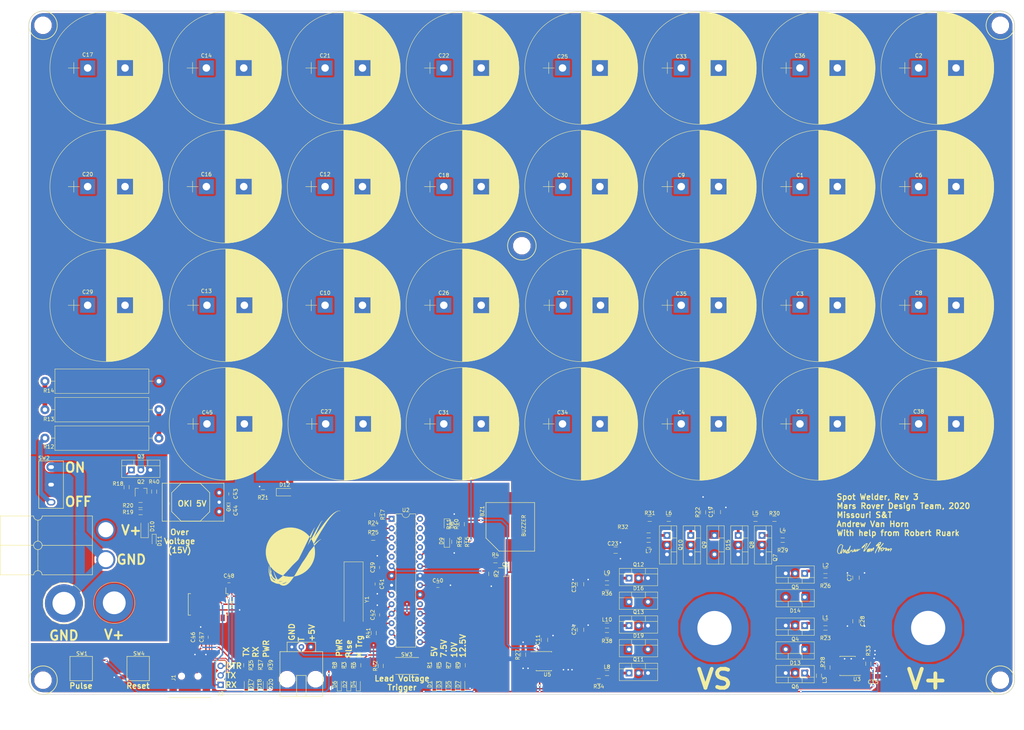
<source format=kicad_pcb>
(kicad_pcb (version 20171130) (host pcbnew "(5.0.2)-1")
  (layers (0 F.Cu signal) (31 B.Cu signal) (34 B.Paste user) (35 F.Paste user) (36 B.SilkS user) (37 F.SilkS user) (38 B.Mask user) (39 F.Mask user) (44 Edge.Cuts user))
  (net 0 "")
  (net 1 +5V)
  (net 2 "Net-(BZ1-Pad2)")
  (net 3 V+)
  (net 4 GND)
  (net 5 "Net-(C40-Pad1)")
  (net 6 "Net-(C41-Pad1)")
  (net 7 "Net-(C42-Pad1)")
  (net 8 "Net-(C46-Pad1)")
  (net 9 USB+5V)
  (net 10 DTR)
  (net 11 Reset)
  (net 12 Conn_GND)
  (net 13 Ext_Trigger)
  (net 14 "Net-(D1-Pad2)")
  (net 15 "Net-(D2-Pad2)")
  (net 16 "Net-(D3-Pad2)")
  (net 17 "Net-(D4-Pad2)")
  (net 18 "Net-(D5-Pad2)")
  (net 19 "Net-(D6-Pad2)")
  (net 20 "Net-(D7-Pad2)")
  (net 21 Lead_Sense)
  (net 22 V_Sense)
  (net 23 "Net-(D10-Pad2)")
  (net 24 Power_GND)
  (net 25 VS)
  (net 26 "Net-(D17-Pad1)")
  (net 27 "Net-(D17-Pad2)")
  (net 28 "Net-(D18-Pad1)")
  (net 29 "Net-(D18-Pad2)")
  (net 30 "Net-(D20-Pad2)")
  (net 31 D-)
  (net 32 D+)
  (net 33 IC_TX)
  (net 34 IC_RX)
  (net 35 "Net-(L1-Pad1)")
  (net 36 "Net-(L1-Pad2)")
  (net 37 "Net-(L2-Pad1)")
  (net 38 "Net-(L2-Pad2)")
  (net 39 "Net-(L3-Pad1)")
  (net 40 "Net-(L3-Pad2)")
  (net 41 "Net-(L4-Pad1)")
  (net 42 "Net-(L4-Pad2)")
  (net 43 "Net-(L5-Pad1)")
  (net 44 "Net-(L5-Pad2)")
  (net 45 "Net-(L6-Pad1)")
  (net 46 "Net-(L6-Pad2)")
  (net 47 "Net-(L7-Pad1)")
  (net 48 "Net-(L7-Pad2)")
  (net 49 "Net-(L8-Pad1)")
  (net 50 "Net-(L8-Pad2)")
  (net 51 "Net-(L9-Pad1)")
  (net 52 "Net-(L9-Pad2)")
  (net 53 "Net-(L10-Pad1)")
  (net 54 "Net-(L10-Pad2)")
  (net 55 "Net-(Q1-Pad1)")
  (net 56 "Net-(Q2-Pad3)")
  (net 57 5V_Ind)
  (net 58 Buzzer)
  (net 59 Pulse_Out)
  (net 60 7.5V_Ind)
  (net 61 10V_Ind)
  (net 62 12.5V_Ind)
  (net 63 "Net-(R12-Pad1)")
  (net 64 "Net-(R12-Pad2)")
  (net 65 "Net-(R13-Pad1)")
  (net 66 "Net-(R23-Pad2)")
  (net 67 "Net-(R24-Pad2)")
  (net 68 "Net-(R25-Pad2)")
  (net 69 "Net-(R31-Pad2)")
  (net 70 Lead_Voltage_Trigger)
  (net 71 /Vin)
  (net 72 "Net-(D11-Pad1)")
  (net 73 "Net-(J1-Pad4)")
  (net 74 "Net-(Q2-Pad1)")
  (net 75 "Net-(U2-Pad4)")
  (net 76 "Net-(U2-Pad5)")
  (net 77 "Net-(U2-Pad19)")
  (net 78 "Net-(U2-Pad25)")
  (net 79 "Net-(U2-Pad26)")
  (net 80 "Net-(U2-Pad27)")
  (net 81 "Net-(U2-Pad14)")
  (net 82 "Net-(U2-Pad28)")
  (net 83 "Net-(U4-Pad3)")
  (net 84 "Net-(U4-Pad6)")
  (net 85 "Net-(U4-Pad8)")
  (net 86 "Net-(U4-Pad9)")
  (net 87 "Net-(U4-Pad10)")
  (net 88 "Net-(U4-Pad11)")
  (net 89 "Net-(U4-Pad12)")
  (net 90 "Net-(U4-Pad13)")
  (net 91 "Net-(U4-Pad14)")
  (net 92 "Net-(U4-Pad24)")
  (net 93 "Net-(U4-Pad27)")
  (net 94 "Net-(U4-Pad28)")
  (module "Project Library:6-32 Screw Hole" (layer F.Cu) (at 139.4968 83.1342 90)
    (fp_text reference REF** hide)
    (fp_text value "6-32 Screw Hole")
    (pad "" np_thru_hole circle (at 6.604 9.144 90) (size 3.683 3.683) (drill 3.683) (layers *.Cu *.Mask))
  )
  (module "Project Library:6-32 Screw Hole" (layer F.Cu) (at 274.574 192.786 180)
    (fp_text reference REF** hide)
    (fp_text value "6-32 Screw Hole")
    (pad "" np_thru_hole circle (at -2.032 0 180) (size 3.683 3.683) (drill 3.683) (layers *.Cu *.Mask))
  )
  (module "Project Library:6-32 Screw Hole" (layer F.Cu) (at 11.43 199.39 90)
    (fp_text reference REF** hide)
    (fp_text value "6-32 Screw Hole")
    (pad "" np_thru_hole circle (at 6.604 9.144 90) (size 3.683 3.683) (drill 3.683) (layers *.Cu *.Mask))
  )
  (module "Project Library:6-32 Screw Hole" (layer F.Cu) (at 20.574 17.526)
    (fp_text reference REF** hide)
    (fp_text value "6-32 Screw Hole")
    (pad "" np_thru_hole circle (at 0 0) (size 3.683 3.683) (drill 3.683) (layers *.Cu *.Mask))
  )
  (module Resistors_SMD:R_0603_HandSoldering (layer F.Cu) (at 46.652 145.923)
    (fp_text reference R20 (at -3.345 0.127) (layer F.SilkS))
    (fp_text value 10K)
    (pad 1 smd rect (at -1.1 0) (size 1.2 0.9) (layers F.Cu F.Paste F.Mask) (net 74 "Net-(Q2-Pad1)"))
    (pad 2 smd rect (at 1.1 0) (size 1.2 0.9) (layers F.Cu F.Paste F.Mask) (net 24 Power_GND))
  )
  (module Resistors_SMD:R_0603_HandSoldering (layer F.Cu) (at 46.652 147.828)
    (fp_text reference R19 (at -3.345 0) (layer F.SilkS))
    (fp_text value 1K)
    (pad 1 smd rect (at -1.1 0) (size 1.2 0.9) (layers F.Cu F.Paste F.Mask) (net 74 "Net-(Q2-Pad1)"))
    (pad 2 smd rect (at 1.1 0) (size 1.2 0.9) (layers F.Cu F.Paste F.Mask) (net 23 "Net-(D10-Pad2)"))
  )
  (module "Project Library:Lead Connection" (layer F.Cu) (at 257.302 178.7906)
    (fp_text reference REF** hide)
    (fp_text value "Lead Connection")
    (pad 1 thru_hole circle (at 0 0.0254) (size 18.288 18.288) (drill 9.144) (layers *.Cu *.Mask) (net 3 V+))
  )
  (module MRDT_Devices:BUZZER_SMI_1324_TW_5V_2_R (layer F.Cu) (at 145.542 145.256 270)
    (fp_text reference BZ1 (at 2.3 7.5 270) (layer F.SilkS))
    (fp_text value Buzzer)
    (fp_text user BUZZER (at 6.2 -3.6 270) (layer F.SilkS))
    (pad 1 smd rect (at 0.2 0 270) (size 6 2.5) (layers F.Cu F.Paste F.Mask) (net 1 +5V))
    (pad 2 smd rect (at 12.8 0 270) (size 6 2.5) (layers F.Cu F.Paste F.Mask) (net 2 "Net-(BZ1-Pad2)"))
  )
  (module Capacitors_THT:CP_Radial_D30.0mm_P10.00mm_SnapIn (layer F.Cu) (at 223.012 60.706)
    (fp_text reference C1 (at 0 -3.048) (layer F.SilkS))
    (fp_text value 47mF)
    (pad 1 thru_hole rect (at 0 0) (size 4 4) (drill 2) (layers *.Cu *.Mask) (net 3 V+))
    (pad 2 thru_hole circle (at 10 0) (size 4 4) (drill 2) (layers *.Cu *.Mask) (net 4 GND))
  )
  (module Capacitors_THT:CP_Radial_D30.0mm_P10.00mm_SnapIn (layer F.Cu) (at 254.762 28.956)
    (fp_text reference C2 (at 0 -3.302) (layer F.SilkS))
    (fp_text value 47mF)
    (pad 1 thru_hole rect (at 0 0) (size 4 4) (drill 2) (layers *.Cu *.Mask) (net 3 V+))
    (pad 2 thru_hole circle (at 10 0) (size 4 4) (drill 2) (layers *.Cu *.Mask) (net 4 GND))
  )
  (module Capacitors_THT:CP_Radial_D30.0mm_P10.00mm_SnapIn (layer F.Cu) (at 223.012 92.456)
    (fp_text reference C3 (at 0 -3.048) (layer F.SilkS))
    (fp_text value 47mF)
    (pad 1 thru_hole rect (at 0 0) (size 4 4) (drill 2) (layers *.Cu *.Mask) (net 3 V+))
    (pad 2 thru_hole circle (at 10 0) (size 4 4) (drill 2) (layers *.Cu *.Mask) (net 4 GND))
  )
  (module Capacitors_THT:CP_Radial_D30.0mm_P10.00mm_SnapIn (layer F.Cu) (at 191.262 124.206)
    (fp_text reference C4 (at 0 -3.048) (layer F.SilkS))
    (fp_text value 47mF)
    (pad 1 thru_hole rect (at 0 0) (size 4 4) (drill 2) (layers *.Cu *.Mask) (net 3 V+))
    (pad 2 thru_hole circle (at 10 0) (size 4 4) (drill 2) (layers *.Cu *.Mask) (net 4 GND))
  )
  (module Capacitors_THT:CP_Radial_D30.0mm_P10.00mm_SnapIn (layer F.Cu) (at 223.012 124.206)
    (fp_text reference C5 (at 0 -3.302) (layer F.SilkS))
    (fp_text value 47mF)
    (pad 1 thru_hole rect (at 0 0) (size 4 4) (drill 2) (layers *.Cu *.Mask) (net 3 V+))
    (pad 2 thru_hole circle (at 10 0) (size 4 4) (drill 2) (layers *.Cu *.Mask) (net 4 GND))
  )
  (module Capacitors_THT:CP_Radial_D30.0mm_P10.00mm_SnapIn (layer F.Cu) (at 254.762 60.706)
    (fp_text reference C6 (at 0 -3.048) (layer F.SilkS))
    (fp_text value 47mF)
    (pad 1 thru_hole rect (at 0 0) (size 4 4) (drill 2) (layers *.Cu *.Mask) (net 3 V+))
    (pad 2 thru_hole circle (at 10 0) (size 4 4) (drill 2) (layers *.Cu *.Mask) (net 4 GND))
  )
  (module Capacitors_SMD:C_0805_HandSoldering (layer F.Cu) (at 237.998 165.374 90)
    (fp_text reference C7 (at 0 -1.75 90) (layer F.SilkS))
    (fp_text value C)
    (pad 1 smd rect (at -1.25 0 90) (size 1.5 1.25) (layers F.Cu F.Paste F.Mask) (net 3 V+))
    (pad 2 smd rect (at 1.25 0 90) (size 1.5 1.25) (layers F.Cu F.Paste F.Mask) (net 4 GND))
  )
  (module Capacitors_THT:CP_Radial_D30.0mm_P10.00mm_SnapIn (layer F.Cu) (at 254.762 92.456)
    (fp_text reference C8 (at 0 -3.302) (layer F.SilkS))
    (fp_text value 47mF)
    (pad 1 thru_hole rect (at 0 0) (size 4 4) (drill 2) (layers *.Cu *.Mask) (net 3 V+))
    (pad 2 thru_hole circle (at 10 0) (size 4 4) (drill 2) (layers *.Cu *.Mask) (net 4 GND))
  )
  (module Capacitors_THT:CP_Radial_D30.0mm_P10.00mm_SnapIn (layer F.Cu) (at 191.262 60.706)
    (fp_text reference C9 (at 0 -3.048) (layer F.SilkS))
    (fp_text value 47mF)
    (pad 1 thru_hole rect (at 0 0) (size 4 4) (drill 2) (layers *.Cu *.Mask) (net 3 V+))
    (pad 2 thru_hole circle (at 10 0) (size 4 4) (drill 2) (layers *.Cu *.Mask) (net 4 GND))
  )
  (module Capacitors_THT:CP_Radial_D30.0mm_P10.00mm_SnapIn (layer F.Cu) (at 96.012 92.456)
    (fp_text reference C10 (at 0 -3.302) (layer F.SilkS))
    (fp_text value 47mF)
    (pad 1 thru_hole rect (at 0 0) (size 4 4) (drill 2) (layers *.Cu *.Mask) (net 3 V+))
    (pad 2 thru_hole circle (at 10 0) (size 4 4) (drill 2) (layers *.Cu *.Mask) (net 4 GND))
  )
  (module Capacitors_SMD:C_0805_HandSoldering (layer F.Cu) (at 154.686 182.011 90)
    (fp_text reference C11 (at 0 -1.75 90) (layer F.SilkS))
    (fp_text value C)
    (pad 1 smd rect (at -1.25 0 90) (size 1.5 1.25) (layers F.Cu F.Paste F.Mask) (net 3 V+))
    (pad 2 smd rect (at 1.25 0 90) (size 1.5 1.25) (layers F.Cu F.Paste F.Mask) (net 4 GND))
  )
  (module Capacitors_THT:CP_Radial_D30.0mm_P10.00mm_SnapIn (layer F.Cu) (at 96.012 60.706)
    (fp_text reference C12 (at 0 -3.302) (layer F.SilkS))
    (fp_text value 47mF)
    (pad 1 thru_hole rect (at 0 0) (size 4 4) (drill 2) (layers *.Cu *.Mask) (net 3 V+))
    (pad 2 thru_hole circle (at 10 0) (size 4 4) (drill 2) (layers *.Cu *.Mask) (net 4 GND))
  )
  (module Capacitors_THT:CP_Radial_D30.0mm_P10.00mm_SnapIn (layer F.Cu) (at 64.422 92.456)
    (fp_text reference C13 (at -0.16 -3.81) (layer F.SilkS))
    (fp_text value 47mF)
    (pad 1 thru_hole rect (at 0 0) (size 4 4) (drill 2) (layers *.Cu *.Mask) (net 3 V+))
    (pad 2 thru_hole circle (at 10 0) (size 4 4) (drill 2) (layers *.Cu *.Mask) (net 4 GND))
  )
  (module Capacitors_THT:CP_Radial_D30.0mm_P10.00mm_SnapIn (layer F.Cu) (at 64.262 28.956)
    (fp_text reference C14 (at 0 -3.302) (layer F.SilkS))
    (fp_text value 47mF)
    (pad 1 thru_hole rect (at 0 0) (size 4 4) (drill 2) (layers *.Cu *.Mask) (net 3 V+))
    (pad 2 thru_hole circle (at 10 0) (size 4 4) (drill 2) (layers *.Cu *.Mask) (net 4 GND))
  )
  (module Capacitors_SMD:C_0805_HandSoldering (layer F.Cu) (at 242.59 191.77)
    (fp_text reference C15 (at 0 1.524) (layer F.SilkS))
    (fp_text value C)
    (pad 1 smd rect (at -1.25 0) (size 1.5 1.25) (layers F.Cu F.Paste F.Mask) (net 3 V+))
    (pad 2 smd rect (at 1.25 0) (size 1.5 1.25) (layers F.Cu F.Paste F.Mask) (net 4 GND))
  )
  (module Capacitors_THT:CP_Radial_D30.0mm_P10.00mm_SnapIn (layer F.Cu) (at 64.262 60.706)
    (fp_text reference C16 (at 0 -3.302) (layer F.SilkS))
    (fp_text value 47mF)
    (pad 1 thru_hole rect (at 0 0) (size 4 4) (drill 2) (layers *.Cu *.Mask) (net 3 V+))
    (pad 2 thru_hole circle (at 10 0) (size 4 4) (drill 2) (layers *.Cu *.Mask) (net 4 GND))
  )
  (module Capacitors_THT:CP_Radial_D30.0mm_P10.00mm_SnapIn (layer F.Cu) (at 32.512 28.956)
    (fp_text reference C17 (at 0 -3.556) (layer F.SilkS))
    (fp_text value 47mF)
    (pad 1 thru_hole rect (at 0 0) (size 4 4) (drill 2) (layers *.Cu *.Mask) (net 3 V+))
    (pad 2 thru_hole circle (at 10 0) (size 4 4) (drill 2) (layers *.Cu *.Mask) (net 4 GND))
  )
  (module Capacitors_THT:CP_Radial_D30.0mm_P10.00mm_SnapIn (layer F.Cu) (at 127.762 60.706)
    (fp_text reference C18 (at 0 -3.048) (layer F.SilkS))
    (fp_text value 47mF)
    (pad 1 thru_hole rect (at 0 0) (size 4 4) (drill 2) (layers *.Cu *.Mask) (net 3 V+))
    (pad 2 thru_hole circle (at 10 0) (size 4 4) (drill 2) (layers *.Cu *.Mask) (net 4 GND))
  )
  (module Capacitors_SMD:C_0805_HandSoldering (layer F.Cu) (at 200.914 147.808 90)
    (fp_text reference C19 (at 0 -1.75 90) (layer F.SilkS))
    (fp_text value C)
    (pad 1 smd rect (at -1.25 0 90) (size 1.5 1.25) (layers F.Cu F.Paste F.Mask) (net 3 V+))
    (pad 2 smd rect (at 1.25 0 90) (size 1.5 1.25) (layers F.Cu F.Paste F.Mask) (net 4 GND))
  )
  (module Capacitors_THT:CP_Radial_D30.0mm_P10.00mm_SnapIn (layer F.Cu) (at 32.512 60.706)
    (fp_text reference C20 (at 0 -3.302) (layer F.SilkS))
    (fp_text value 47mF)
    (pad 1 thru_hole rect (at 0 0) (size 4 4) (drill 2) (layers *.Cu *.Mask) (net 3 V+))
    (pad 2 thru_hole circle (at 10 0) (size 4 4) (drill 2) (layers *.Cu *.Mask) (net 4 GND))
  )
  (module Capacitors_THT:CP_Radial_D30.0mm_P10.00mm_SnapIn (layer F.Cu) (at 96.012 28.956)
    (fp_text reference C21 (at 0 -3.302) (layer F.SilkS))
    (fp_text value 47mF)
    (pad 1 thru_hole rect (at 0 0) (size 4 4) (drill 2) (layers *.Cu *.Mask) (net 3 V+))
    (pad 2 thru_hole circle (at 10 0) (size 4 4) (drill 2) (layers *.Cu *.Mask) (net 4 GND))
  )
  (module Capacitors_THT:CP_Radial_D30.0mm_P10.00mm_SnapIn (layer F.Cu) (at 127.762 28.956)
    (fp_text reference C22 (at 0 -3.302) (layer F.SilkS))
    (fp_text value 47mF)
    (pad 1 thru_hole rect (at 0 0) (size 4 4) (drill 2) (layers *.Cu *.Mask) (net 3 V+))
    (pad 2 thru_hole circle (at 10 0) (size 4 4) (drill 2) (layers *.Cu *.Mask) (net 4 GND))
  )
  (module Capacitors_SMD:C_0805_HandSoldering (layer F.Cu) (at 173.716 157.988)
    (fp_text reference C23 (at -0.742 -1.75) (layer F.SilkS))
    (fp_text value C)
    (pad 1 smd rect (at -1.25 0) (size 1.5 1.25) (layers F.Cu F.Paste F.Mask) (net 3 V+))
    (pad 2 smd rect (at 1.25 0) (size 1.5 1.25) (layers F.Cu F.Paste F.Mask) (net 4 GND))
  )
  (module Capacitors_SMD:C_0805_HandSoldering (layer F.Cu) (at 164.338 179.304 90)
    (fp_text reference C24 (at 0 -1.75 90) (layer F.SilkS))
    (fp_text value C)
    (pad 1 smd rect (at -1.25 0 90) (size 1.5 1.25) (layers F.Cu F.Paste F.Mask) (net 3 V+))
    (pad 2 smd rect (at 1.25 0 90) (size 1.5 1.25) (layers F.Cu F.Paste F.Mask) (net 4 GND))
  )
  (module Capacitors_THT:CP_Radial_D30.0mm_P10.00mm_SnapIn (layer F.Cu) (at 159.512 28.956)
    (fp_text reference C25 (at 0 -3.048) (layer F.SilkS))
    (fp_text value 47mF)
    (pad 1 thru_hole rect (at 0 0) (size 4 4) (drill 2) (layers *.Cu *.Mask) (net 3 V+))
    (pad 2 thru_hole circle (at 10 0) (size 4 4) (drill 2) (layers *.Cu *.Mask) (net 4 GND))
  )
  (module Capacitors_THT:CP_Radial_D30.0mm_P10.00mm_SnapIn (layer F.Cu) (at 127.762 92.456)
    (fp_text reference C26 (at 0 -3.302) (layer F.SilkS))
    (fp_text value 47mF)
    (pad 1 thru_hole rect (at 0 0) (size 4 4) (drill 2) (layers *.Cu *.Mask) (net 3 V+))
    (pad 2 thru_hole circle (at 10 0) (size 4 4) (drill 2) (layers *.Cu *.Mask) (net 4 GND))
  )
  (module Capacitors_THT:CP_Radial_D30.0mm_P10.00mm_SnapIn (layer F.Cu) (at 96.172 124.206)
    (fp_text reference C27 (at 0.094 -3.302) (layer F.SilkS))
    (fp_text value 47mF)
    (pad 1 thru_hole rect (at 0 0) (size 4 4) (drill 2) (layers *.Cu *.Mask) (net 3 V+))
    (pad 2 thru_hole circle (at 10 0) (size 4 4) (drill 2) (layers *.Cu *.Mask) (net 4 GND))
  )
  (module Capacitors_SMD:C_0805_HandSoldering (layer F.Cu) (at 237.998 177.018 270)
    (fp_text reference C28 (at 0 -1.75 270) (layer F.SilkS))
    (fp_text value C)
    (pad 1 smd rect (at -1.25 0 270) (size 1.5 1.25) (layers F.Cu F.Paste F.Mask) (net 3 V+))
    (pad 2 smd rect (at 1.25 0 270) (size 1.5 1.25) (layers F.Cu F.Paste F.Mask) (net 4 GND))
  )
  (module Capacitors_THT:CP_Radial_D30.0mm_P10.00mm_SnapIn (layer F.Cu) (at 32.512 92.456)
    (fp_text reference C29 (at 0 -3.556) (layer F.SilkS))
    (fp_text value 47mF)
    (pad 1 thru_hole rect (at 0 0) (size 4 4) (drill 2) (layers *.Cu *.Mask) (net 3 V+))
    (pad 2 thru_hole circle (at 10 0) (size 4 4) (drill 2) (layers *.Cu *.Mask) (net 4 GND))
  )
  (module Capacitors_THT:CP_Radial_D30.0mm_P10.00mm_SnapIn (layer F.Cu) (at 159.512 60.706)
    (fp_text reference C30 (at 0 -3.048) (layer F.SilkS))
    (fp_text value 47mF)
    (pad 1 thru_hole rect (at 0 0) (size 4 4) (drill 2) (layers *.Cu *.Mask) (net 3 V+))
    (pad 2 thru_hole circle (at 10 0) (size 4 4) (drill 2) (layers *.Cu *.Mask) (net 4 GND))
  )
  (module Capacitors_THT:CP_Radial_D30.0mm_P10.00mm_SnapIn (layer F.Cu) (at 127.762 124.206)
    (fp_text reference C31 (at 0 -3.048) (layer F.SilkS))
    (fp_text value 47mF)
    (pad 1 thru_hole rect (at 0 0) (size 4 4) (drill 2) (layers *.Cu *.Mask) (net 3 V+))
    (pad 2 thru_hole circle (at 10 0) (size 4 4) (drill 2) (layers *.Cu *.Mask) (net 4 GND))
  )
  (module Capacitors_SMD:C_0805_HandSoldering (layer F.Cu) (at 164.338 167.112 90)
    (fp_text reference C32 (at -0.782 -1.75 90) (layer F.SilkS))
    (fp_text value C)
    (pad 1 smd rect (at -1.25 0 90) (size 1.5 1.25) (layers F.Cu F.Paste F.Mask) (net 3 V+))
    (pad 2 smd rect (at 1.25 0 90) (size 1.5 1.25) (layers F.Cu F.Paste F.Mask) (net 4 GND))
  )
  (module Capacitors_THT:CP_Radial_D30.0mm_P10.00mm_SnapIn (layer F.Cu) (at 191.262 28.956)
    (fp_text reference C33 (at 0 -3.048) (layer F.SilkS))
    (fp_text value 47mF)
    (pad 1 thru_hole rect (at 0 0) (size 4 4) (drill 2) (layers *.Cu *.Mask) (net 3 V+))
    (pad 2 thru_hole circle (at 10 0) (size 4 4) (drill 2) (layers *.Cu *.Mask) (net 4 GND))
  )
  (module Capacitors_THT:CP_Radial_D30.0mm_P10.00mm_SnapIn (layer F.Cu) (at 159.512 124.206)
    (fp_text reference C34 (at 0 -3.048) (layer F.SilkS))
    (fp_text value 47mF)
    (pad 1 thru_hole rect (at 0 0) (size 4 4) (drill 2) (layers *.Cu *.Mask) (net 3 V+))
    (pad 2 thru_hole circle (at 10 0) (size 4 4) (drill 2) (layers *.Cu *.Mask) (net 4 GND))
  )
  (module Capacitors_THT:CP_Radial_D30.0mm_P10.00mm_SnapIn (layer F.Cu) (at 191.262 92.456)
    (fp_text reference C35 (at 0 -3.048) (layer F.SilkS))
    (fp_text value 47mF)
    (pad 1 thru_hole rect (at 0 0) (size 4 4) (drill 2) (layers *.Cu *.Mask) (net 3 V+))
    (pad 2 thru_hole circle (at 10 0) (size 4 4) (drill 2) (layers *.Cu *.Mask) (net 4 GND))
  )
  (module Capacitors_THT:CP_Radial_D30.0mm_P10.00mm_SnapIn (layer F.Cu) (at 223.012 28.956)
    (fp_text reference C36 (at 0 -3.302) (layer F.SilkS))
    (fp_text value 47mF)
    (pad 1 thru_hole rect (at 0 0) (size 4 4) (drill 2) (layers *.Cu *.Mask) (net 3 V+))
    (pad 2 thru_hole circle (at 10 0) (size 4 4) (drill 2) (layers *.Cu *.Mask) (net 4 GND))
  )
  (module Capacitors_THT:CP_Radial_D30.0mm_P10.00mm_SnapIn (layer F.Cu) (at 159.672 92.456)
    (fp_text reference C37 (at -0.16 -3.302) (layer F.SilkS))
    (fp_text value 47mF)
    (pad 1 thru_hole rect (at 0 0) (size 4 4) (drill 2) (layers *.Cu *.Mask) (net 3 V+))
    (pad 2 thru_hole circle (at 10 0) (size 4 4) (drill 2) (layers *.Cu *.Mask) (net 4 GND))
  )
  (module Capacitors_THT:CP_Radial_D30.0mm_P10.00mm_SnapIn (layer F.Cu) (at 254.762 124.206)
    (fp_text reference C38 (at 0 -3.302) (layer F.SilkS))
    (fp_text value 47mF)
    (pad 1 thru_hole rect (at 0 0) (size 4 4) (drill 2) (layers *.Cu *.Mask) (net 3 V+))
    (pad 2 thru_hole circle (at 10 0) (size 4 4) (drill 2) (layers *.Cu *.Mask) (net 4 GND))
  )
  (module Capacitors_SMD:C_0603_HandSoldering (layer F.Cu) (at 109.982 162.626 90)
    (fp_text reference C39 (at 0 -1.25 90) (layer F.SilkS))
    (fp_text value .1uF)
    (pad 1 smd rect (at -0.95 0 90) (size 1.2 0.75) (layers F.Cu F.Paste F.Mask) (net 1 +5V))
    (pad 2 smd rect (at 0.95 0 90) (size 1.2 0.75) (layers F.Cu F.Paste F.Mask) (net 4 GND))
  )
  (module Capacitors_SMD:C_0603_HandSoldering (layer F.Cu) (at 126.172 167.386)
    (fp_text reference C40 (at 0 -1.25) (layer F.SilkS))
    (fp_text value .1uF)
    (pad 1 smd rect (at -0.95 0) (size 1.2 0.75) (layers F.Cu F.Paste F.Mask) (net 5 "Net-(C40-Pad1)"))
    (pad 2 smd rect (at 0.95 0) (size 1.2 0.75) (layers F.Cu F.Paste F.Mask) (net 4 GND))
  )
  (module Capacitors_SMD:C_0603_HandSoldering (layer F.Cu) (at 109.982 167.066 270)
    (fp_text reference C41 (at 0 -1.25 270) (layer F.SilkS))
    (fp_text value 22pF)
    (pad 1 smd rect (at -0.95 0 270) (size 1.2 0.75) (layers F.Cu F.Paste F.Mask) (net 6 "Net-(C41-Pad1)"))
    (pad 2 smd rect (at 0.95 0 270) (size 1.2 0.75) (layers F.Cu F.Paste F.Mask) (net 4 GND))
  )
  (module Capacitors_SMD:C_0603_HandSoldering (layer F.Cu) (at 109.982 175.326 90)
    (fp_text reference C42 (at 0 -1.25 90) (layer F.SilkS))
    (fp_text value 22pF)
    (pad 1 smd rect (at -0.95 0 90) (size 1.2 0.75) (layers F.Cu F.Paste F.Mask) (net 7 "Net-(C42-Pad1)"))
    (pad 2 smd rect (at 0.95 0 90) (size 1.2 0.75) (layers F.Cu F.Paste F.Mask) (net 4 GND))
  )
  (module Capacitors_SMD:C_0603_HandSoldering (layer F.Cu) (at 70.866 142.936 270)
    (fp_text reference C43 (at 0 -1.25 270) (layer F.SilkS))
    (fp_text value 10uF)
    (pad 1 smd rect (at -0.95 0 270) (size 1.2 0.75) (layers F.Cu F.Paste F.Mask) (net 71 /Vin))
    (pad 2 smd rect (at 0.95 0 270) (size 1.2 0.75) (layers F.Cu F.Paste F.Mask) (net 4 GND))
  )
  (module Capacitors_SMD:C_0603_HandSoldering (layer F.Cu) (at 70.866 147.386 270)
    (fp_text reference C44 (at 0 -1.25 270) (layer F.SilkS))
    (fp_text value 10uF)
    (pad 1 smd rect (at -0.95 0 270) (size 1.2 0.75) (layers F.Cu F.Paste F.Mask) (net 4 GND))
    (pad 2 smd rect (at 0.95 0 270) (size 1.2 0.75) (layers F.Cu F.Paste F.Mask) (net 1 +5V))
  )
  (module Capacitors_THT:CP_Radial_D30.0mm_P10.00mm_SnapIn (layer F.Cu) (at 64.422 124.206)
    (fp_text reference C45 (at 0.094 -3.048) (layer F.SilkS))
    (fp_text value 47mF)
    (pad 1 thru_hole rect (at 0 0) (size 4 4) (drill 2) (layers *.Cu *.Mask) (net 71 /Vin))
    (pad 2 thru_hole circle (at 10 0) (size 4 4) (drill 2) (layers *.Cu *.Mask) (net 4 GND))
  )
  (module Capacitors_SMD:C_0603_HandSoldering (layer F.Cu) (at 61.8236 181.29 270)
    (fp_text reference C46 (at 0 1.1176 270) (layer F.SilkS))
    (fp_text value .1uF)
    (pad 1 smd rect (at -0.95 0 270) (size 1.2 0.75) (layers F.Cu F.Paste F.Mask) (net 8 "Net-(C46-Pad1)"))
    (pad 2 smd rect (at 0.95 0 270) (size 1.2 0.75) (layers F.Cu F.Paste F.Mask) (net 4 GND))
  )
  (module Capacitors_SMD:C_0603_HandSoldering (layer F.Cu) (at 64.135 181.29 90)
    (fp_text reference C47 (at 0 -1.143 90) (layer F.SilkS))
    (fp_text value .1uF)
    (pad 1 smd rect (at -0.95 0 90) (size 1.2 0.75) (layers F.Cu F.Paste F.Mask) (net 4 GND))
    (pad 2 smd rect (at 0.95 0 90) (size 1.2 0.75) (layers F.Cu F.Paste F.Mask) (net 9 USB+5V))
  )
  (module Capacitors_SMD:C_0603_HandSoldering (layer F.Cu) (at 70.292 166.116)
    (fp_text reference C48 (at 0 -1.25) (layer F.SilkS))
    (fp_text value .1uF)
    (pad 1 smd rect (at -0.95 0) (size 1.2 0.75) (layers F.Cu F.Paste F.Mask) (net 10 DTR))
    (pad 2 smd rect (at 0.95 0) (size 1.2 0.75) (layers F.Cu F.Paste F.Mask) (net 11 Reset))
  )
  (module Connectors:Banana_Jack_1Pin (layer F.Cu) (at 39.624 172.085)
    (fp_text reference Conn1 hide)
    (fp_text value BananaConnector)
    (pad 1 thru_hole circle (at 0 0) (size 10.16 10.16) (drill 6.1) (layers *.Cu *.Mask) (net 3 V+))
  )
  (module Connectors:Banana_Jack_1Pin (layer F.Cu) (at 26.162 172.212)
    (fp_text reference Conn2 hide)
    (fp_text value BananaConnector)
    (pad 1 thru_hole circle (at 0 0) (size 10.16 10.16) (drill 6.1) (layers *.Cu *.Mask) (net 12 Conn_GND))
  )
  (module MRDT_Connectors:Anderson_2_Horisontal_Side_by_Side (layer F.Cu) (at 33.782 164.592)
    (fp_text reference Conn3 hide)
    (fp_text value AndersonPP)
    (pad 1 thru_hole circle (at 3.5814 -4.063) (size 5.08 5.08) (drill 4.06) (layers *.Cu *.Mask F.Paste) (net 12 Conn_GND))
    (pad 2 thru_hole circle (at 3.5814 -12.064) (size 5.08 5.08) (drill 4.06) (layers *.Cu *.Mask F.Paste) (net 3 V+))
  )
  (module MRDT_Connectors:MOLEX_SL_3_Horizontal (layer F.Cu) (at 89.662 183.896 180)
    (fp_text reference Conn4 hide)
    (fp_text value Molex_SL_3)
    (pad "" np_thru_hole circle (at 3.81 -8.636 180) (size 3.45 3.45) (drill 3.45) (layers *.Cu *.Mask))
    (pad "" np_thru_hole circle (at -3.81 -8.636 180) (size 3.45 3.45) (drill 3.45) (layers *.Cu *.Mask))
    (pad 3 thru_hole circle (at 2.54 0 180) (size 1.524 1.524) (drill 0.762) (layers *.Cu *.Mask) (net 4 GND))
    (pad 2 thru_hole circle (at 0 0 180) (size 1.524 1.524) (drill 0.762) (layers *.Cu *.Mask) (net 13 Ext_Trigger))
    (pad 1 thru_hole circle (at -2.54 0 180) (size 1.524 1.524) (drill 0.762) (layers *.Cu *.Mask) (net 1 +5V))
  )
  (module LEDs:LED_0603_HandSoldering (layer F.Cu) (at 125.222 193.886 90)
    (fp_text reference D1 (at 0 -1.27 90) (layer F.SilkS))
    (fp_text value 5V)
    (pad 1 smd rect (at -1.1 0 90) (size 1.2 0.9) (layers F.Cu F.Paste F.Mask) (net 4 GND))
    (pad 2 smd rect (at 1.1 0 90) (size 1.2 0.9) (layers F.Cu F.Paste F.Mask) (net 14 "Net-(D1-Pad2)"))
  )
  (module LEDs:LED_0603_HandSoldering (layer F.Cu) (at 102.362 193.886 90)
    (fp_text reference D2 (at 0 -1.016 90) (layer F.SilkS))
    (fp_text value Pulse)
    (pad 1 smd rect (at -1.1 0 90) (size 1.2 0.9) (layers F.Cu F.Paste F.Mask) (net 4 GND))
    (pad 2 smd rect (at 1.1 0 90) (size 1.2 0.9) (layers F.Cu F.Paste F.Mask) (net 15 "Net-(D2-Pad2)"))
  )
  (module LEDs:LED_0603_HandSoldering (layer F.Cu) (at 127.762 193.886 90)
    (fp_text reference D3 (at 0 -1.27 90) (layer F.SilkS))
    (fp_text value 7.5V)
    (pad 1 smd rect (at -1.1 0 90) (size 1.2 0.9) (layers F.Cu F.Paste F.Mask) (net 4 GND))
    (pad 2 smd rect (at 1.1 0 90) (size 1.2 0.9) (layers F.Cu F.Paste F.Mask) (net 16 "Net-(D3-Pad2)"))
  )
  (module LEDs:LED_0603_HandSoldering (layer F.Cu) (at 104.902 193.886 90)
    (fp_text reference D4 (at 0 -1.27 90) (layer F.SilkS))
    (fp_text value "Ext Trigger")
    (pad 1 smd rect (at -1.1 0 90) (size 1.2 0.9) (layers F.Cu F.Paste F.Mask) (net 4 GND))
    (pad 2 smd rect (at 1.1 0 90) (size 1.2 0.9) (layers F.Cu F.Paste F.Mask) (net 17 "Net-(D4-Pad2)"))
  )
  (module LEDs:LED_0603_HandSoldering (layer F.Cu) (at 130.302 193.886 90)
    (fp_text reference D5 (at 0 -1.27 90) (layer F.SilkS))
    (fp_text value 10V)
    (pad 1 smd rect (at -1.1 0 90) (size 1.2 0.9) (layers F.Cu F.Paste F.Mask) (net 4 GND))
    (pad 2 smd rect (at 1.1 0 90) (size 1.2 0.9) (layers F.Cu F.Paste F.Mask) (net 18 "Net-(D5-Pad2)"))
  )
  (module LEDs:LED_0603_HandSoldering (layer F.Cu) (at 99.822 193.886 90)
    (fp_text reference D6 (at 0 -1.27 90) (layer F.SilkS))
    (fp_text value Logic)
    (pad 1 smd rect (at -1.1 0 90) (size 1.2 0.9) (layers F.Cu F.Paste F.Mask) (net 4 GND))
    (pad 2 smd rect (at 1.1 0 90) (size 1.2 0.9) (layers F.Cu F.Paste F.Mask) (net 19 "Net-(D6-Pad2)"))
  )
  (module LEDs:LED_0603_HandSoldering (layer F.Cu) (at 132.842 193.886 90)
    (fp_text reference D7 (at 0 -1.27 90) (layer F.SilkS))
    (fp_text value 12.5V)
    (pad 1 smd rect (at -1.1 0 90) (size 1.2 0.9) (layers F.Cu F.Paste F.Mask) (net 4 GND))
    (pad 2 smd rect (at 1.1 0 90) (size 1.2 0.9) (layers F.Cu F.Paste F.Mask) (net 20 "Net-(D7-Pad2)"))
  )
  (module LEDs:LED_0603_HandSoldering (layer F.Cu) (at 50.292 155.532 270)
    (fp_text reference D11 (at 0 -1.45 270) (layer F.SilkS))
    (fp_text value "Over Voltage")
    (pad 1 smd rect (at -1.1 0 270) (size 1.2 0.9) (layers F.Cu F.Paste F.Mask) (net 72 "Net-(D11-Pad1)"))
    (pad 2 smd rect (at 1.1 0 270) (size 1.2 0.9) (layers F.Cu F.Paste F.Mask) (net 3 V+))
  )
  (module Diodes_SMD:D_SOD-123 (layer F.Cu) (at 85.216 142.494)
    (fp_text reference D12 (at 0 -2) (layer F.SilkS))
    (fp_text value 20V)
    (pad 1 smd rect (at -1.65 0) (size 0.9 1.2) (layers F.Cu F.Paste F.Mask) (net 71 /Vin))
    (pad 2 smd rect (at 1.65 0) (size 0.9 1.2) (layers F.Cu F.Paste F.Mask) (net 3 V+))
  )
  (module TO_SOT_Packages_THT:TO-220-2_Vertical (layer F.Cu) (at 224.282 184.531 180)
    (fp_text reference D13 (at 2.54 -3.62 180) (layer F.SilkS))
    (fp_text value D)
    (pad 1 thru_hole rect (at 0 0 180) (size 1.8 1.8) (drill 1) (layers *.Cu *.Mask) (net 3 V+))
    (pad 2 thru_hole oval (at 5.08 0 180) (size 1.8 1.8) (drill 1) (layers *.Cu *.Mask) (net 25 VS))
  )
  (module TO_SOT_Packages_THT:TO-220-2_Vertical (layer F.Cu) (at 224.282 170.561 180)
    (fp_text reference D14 (at 2.54 -3.62 180) (layer F.SilkS))
    (fp_text value D)
    (pad 1 thru_hole rect (at 0 0 180) (size 1.8 1.8) (drill 1) (layers *.Cu *.Mask) (net 3 V+))
    (pad 2 thru_hole oval (at 5.08 0 180) (size 1.8 1.8) (drill 1) (layers *.Cu *.Mask) (net 25 VS))
  )
  (module TO_SOT_Packages_THT:TO-220-2_Vertical (layer F.Cu) (at 200.152 154.051 270)
    (fp_text reference D15 (at 2.54 -3.62 270) (layer F.SilkS))
    (fp_text value D)
    (pad 1 thru_hole rect (at 0 0 270) (size 1.8 1.8) (drill 1) (layers *.Cu *.Mask) (net 3 V+))
    (pad 2 thru_hole oval (at 5.08 0 270) (size 1.8 1.8) (drill 1) (layers *.Cu *.Mask) (net 25 VS))
  )
  (module TO_SOT_Packages_THT:TO-220-2_Vertical (layer F.Cu) (at 177.292 171.831)
    (fp_text reference D16 (at 2.54 -3.62) (layer F.SilkS))
    (fp_text value D)
    (pad 1 thru_hole rect (at 0 0) (size 1.8 1.8) (drill 1) (layers *.Cu *.Mask) (net 3 V+))
    (pad 2 thru_hole oval (at 5.08 0) (size 1.8 1.8) (drill 1) (layers *.Cu *.Mask) (net 25 VS))
  )
  (module LEDs:LED_0603_HandSoldering (layer F.Cu) (at 74.93 193.886 90)
    (fp_text reference D17 (at 0 1.27 90) (layer F.SilkS))
    (fp_text value TX)
    (pad 1 smd rect (at -1.1 0 90) (size 1.2 0.9) (layers F.Cu F.Paste F.Mask) (net 26 "Net-(D17-Pad1)"))
    (pad 2 smd rect (at 1.1 0 90) (size 1.2 0.9) (layers F.Cu F.Paste F.Mask) (net 27 "Net-(D17-Pad2)"))
  )
  (module LEDs:LED_0603_HandSoldering (layer F.Cu) (at 77.47 193.886 90)
    (fp_text reference D18 (at 0 1.016 90) (layer F.SilkS))
    (fp_text value RX)
    (pad 1 smd rect (at -1.1 0 90) (size 1.2 0.9) (layers F.Cu F.Paste F.Mask) (net 28 "Net-(D18-Pad1)"))
    (pad 2 smd rect (at 1.1 0 90) (size 1.2 0.9) (layers F.Cu F.Paste F.Mask) (net 29 "Net-(D18-Pad2)"))
  )
  (module TO_SOT_Packages_THT:TO-220-2_Vertical (layer F.Cu) (at 177.292 184.531)
    (fp_text reference D19 (at 2.54 -3.62) (layer F.SilkS))
    (fp_text value D)
    (pad 1 thru_hole rect (at 0 0) (size 1.8 1.8) (drill 1) (layers *.Cu *.Mask) (net 3 V+))
    (pad 2 thru_hole oval (at 5.08 0) (size 1.8 1.8) (drill 1) (layers *.Cu *.Mask) (net 25 VS))
  )
  (module LEDs:LED_0603_HandSoldering (layer F.Cu) (at 80.01 193.886 90)
    (fp_text reference D20 (at 0.084 1.524 90) (layer F.SilkS))
    (fp_text value "FTDI PWR")
    (pad 1 smd rect (at -1.1 0 90) (size 1.2 0.9) (layers F.Cu F.Paste F.Mask) (net 4 GND))
    (pad 2 smd rect (at 1.1 0 90) (size 1.2 0.9) (layers F.Cu F.Paste F.Mask) (net 30 "Net-(D20-Pad2)"))
  )
  (module "Project Library:MiniUSB_SMT" (layer F.Cu) (at 59.81116 191.7255 90)
    (fp_text reference J1 (at -0.4323 -4.32986 90) (layer F.SilkS))
    (fp_text value "Mini USB")
    (pad 1 smd rect (at 2.8495 -1.59916 90) (size 2.3 0.5) (layers F.Cu F.Paste F.Mask) (net 9 USB+5V))
    (pad "" np_thru_hole circle (at -0.0005 -2.19916 90) (size 0.9 0.9) (drill 0.9) (layers *.Cu *.Mask))
    (pad "" np_thru_hole circle (at -0.0005 2.20084 90) (size 0.9 0.9) (drill 0.9) (layers *.Cu *.Mask))
    (pad "" smd rect (at 2.7495 -4.44916 90) (size 2.5 2) (layers F.Cu F.Paste F.Mask))
    (pad 2 smd rect (at 2.8495 -0.79916 90) (size 2.3 0.5) (layers F.Cu F.Paste F.Mask) (net 31 D-))
    (pad 3 smd rect (at 2.8495 0.00084 90) (size 2.3 0.5) (layers F.Cu F.Paste F.Mask) (net 32 D+))
    (pad 4 smd rect (at 2.8495 0.80084 90) (size 2.3 0.5) (layers F.Cu F.Paste F.Mask) (net 73 "Net-(J1-Pad4)"))
    (pad 5 smd rect (at 2.8495 1.60084 90) (size 2.3 0.5) (layers F.Cu F.Paste F.Mask) (net 4 GND))
    (pad "" smd rect (at -2.7505 -4.44916 90) (size 2.5 2) (layers F.Cu F.Paste F.Mask))
    (pad "" smd rect (at 2.7495 4.45084 90) (size 2.5 2) (layers F.Cu F.Paste F.Mask))
    (pad "" smd rect (at -2.7505 4.45084 90) (size 2.5 2) (layers F.Cu F.Paste F.Mask))
  )
  (module Pin_Headers:Pin_Header_Straight_1x03_Pitch2.54mm (layer F.Cu) (at 68.072 194.056 180)
    (fp_text reference J2 (at 0 -2.33 180) (layer F.SilkS))
    (fp_text value Conn_01x03_Male)
    (pad 1 thru_hole rect (at 0 0 180) (size 1.7 1.7) (drill 1) (layers *.Cu *.Mask) (net 33 IC_TX))
    (pad 2 thru_hole oval (at 0 2.54 180) (size 1.7 1.7) (drill 1) (layers *.Cu *.Mask) (net 34 IC_RX))
    (pad 3 thru_hole oval (at 0 5.08 180) (size 1.7 1.7) (drill 1) (layers *.Cu *.Mask) (net 10 DTR))
  )
  (module Inductors_SMD:L_0603_HandSoldering (layer F.Cu) (at 229.827 177.546)
    (fp_text reference L1 (at 0 -1.524) (layer F.SilkS))
    (fp_text value Ferrite_Bead)
    (pad 1 smd rect (at -1.1 0) (size 1.2 0.9) (layers F.Cu F.Paste F.Mask) (net 35 "Net-(L1-Pad1)"))
    (pad 2 smd rect (at 1.1 0) (size 1.2 0.9) (layers F.Cu F.Paste F.Mask) (net 36 "Net-(L1-Pad2)"))
  )
  (module Inductors_SMD:L_0603_HandSoldering (layer F.Cu) (at 229.827 163.576)
    (fp_text reference L2 (at 0.043 -1.524) (layer F.SilkS))
    (fp_text value Ferrite_Bead)
    (pad 1 smd rect (at -1.1 0) (size 1.2 0.9) (layers F.Cu F.Paste F.Mask) (net 37 "Net-(L2-Pad1)"))
    (pad 2 smd rect (at 1.1 0) (size 1.2 0.9) (layers F.Cu F.Paste F.Mask) (net 38 "Net-(L2-Pad2)"))
  )
  (module Inductors_SMD:L_0603_HandSoldering (layer F.Cu) (at 228.092 191.6 90)
    (fp_text reference L3 (at -1.186 1.524 90) (layer F.SilkS))
    (fp_text value Ferrite_Bead)
    (pad 1 smd rect (at -1.1 0 90) (size 1.2 0.9) (layers F.Cu F.Paste F.Mask) (net 39 "Net-(L3-Pad1)"))
    (pad 2 smd rect (at 1.1 0 90) (size 1.2 0.9) (layers F.Cu F.Paste F.Mask) (net 40 "Net-(L3-Pad2)"))
  )
  (module Inductors_SMD:L_0603_HandSoldering (layer F.Cu) (at 218.397 154.051)
    (fp_text reference L4 (at 0 -1.397) (layer F.SilkS))
    (fp_text value Ferrite_Bead)
    (pad 1 smd rect (at -1.1 0) (size 1.2 0.9) (layers F.Cu F.Paste F.Mask) (net 41 "Net-(L4-Pad1)"))
    (pad 2 smd rect (at 1.1 0) (size 1.2 0.9) (layers F.Cu F.Paste F.Mask) (net 42 "Net-(L4-Pad2)"))
  )
  (module Inductors_SMD:L_0603_HandSoldering (layer F.Cu) (at 211.117 149.606)
    (fp_text reference L5 (at -0.043 -1.524) (layer F.SilkS))
    (fp_text value Ferrite_Bead)
    (pad 1 smd rect (at -1.1 0) (size 1.2 0.9) (layers F.Cu F.Paste F.Mask) (net 43 "Net-(L5-Pad1)"))
    (pad 2 smd rect (at 1.1 0) (size 1.2 0.9) (layers F.Cu F.Paste F.Mask) (net 44 "Net-(L5-Pad2)"))
  )
  (module Inductors_SMD:L_0603_HandSoldering (layer F.Cu) (at 187.917 149.606 180)
    (fp_text reference L6 (at 0 1.524 180) (layer F.SilkS))
    (fp_text value Ferrite_Bead)
    (pad 1 smd rect (at -1.1 0 180) (size 1.2 0.9) (layers F.Cu F.Paste F.Mask) (net 45 "Net-(L6-Pad1)"))
    (pad 2 smd rect (at 1.1 0 180) (size 1.2 0.9) (layers F.Cu F.Paste F.Mask) (net 46 "Net-(L6-Pad2)"))
  )
  (module Inductors_SMD:L_0603_HandSoldering (layer F.Cu) (at 182.542 154.051 180)
    (fp_text reference L7 (at 0 -4.191 180) (layer F.SilkS))
    (fp_text value Ferrite_Bead)
    (pad 1 smd rect (at -1.1 0 180) (size 1.2 0.9) (layers F.Cu F.Paste F.Mask) (net 47 "Net-(L7-Pad1)"))
    (pad 2 smd rect (at 1.1 0 180) (size 1.2 0.9) (layers F.Cu F.Paste F.Mask) (net 48 "Net-(L7-Pad2)"))
  )
  (module Inductors_SMD:L_0603_HandSoldering (layer F.Cu) (at 171.407 190.881 180)
    (fp_text reference L8 (at 0 1.651 180) (layer F.SilkS))
    (fp_text value Ferrite_Bead)
    (pad 1 smd rect (at -1.1 0 180) (size 1.2 0.9) (layers F.Cu F.Paste F.Mask) (net 49 "Net-(L8-Pad1)"))
    (pad 2 smd rect (at 1.1 0 180) (size 1.2 0.9) (layers F.Cu F.Paste F.Mask) (net 50 "Net-(L8-Pad2)"))
  )
  (module Inductors_SMD:L_0603_HandSoldering (layer F.Cu) (at 171.407 165.481 180)
    (fp_text reference L9 (at 0.0078 1.4478 180) (layer F.SilkS))
    (fp_text value Ferrite_Bead)
    (pad 1 smd rect (at -1.1 0 180) (size 1.2 0.9) (layers F.Cu F.Paste F.Mask) (net 51 "Net-(L9-Pad1)"))
    (pad 2 smd rect (at 1.1 0 180) (size 1.2 0.9) (layers F.Cu F.Paste F.Mask) (net 52 "Net-(L9-Pad2)"))
  )
  (module Inductors_SMD:L_0603_HandSoldering (layer F.Cu) (at 171.407 178.181 180)
    (fp_text reference L10 (at 0 1.6002 180) (layer F.SilkS))
    (fp_text value Ferrite_Bead)
    (pad 2 smd rect (at 1.1 0 180) (size 1.2 0.9) (layers F.Cu F.Paste F.Mask) (net 54 "Net-(L10-Pad2)"))
    (pad 1 smd rect (at -1.1 0 180) (size 1.2 0.9) (layers F.Cu F.Paste F.Mask) (net 53 "Net-(L10-Pad1)"))
  )
  (module TO_SOT_Packages_SMD:SOT-323_SC-70_Handsoldering (layer F.Cu) (at 144.332 163.886)
    (fp_text reference Q1 (at 0 -2) (layer F.SilkS))
    (fp_text value Q_NMOS_GSD)
    (pad 1 smd rect (at -1.33 -0.65 270) (size 0.45 1.5) (layers F.Cu F.Paste F.Mask) (net 55 "Net-(Q1-Pad1)"))
    (pad 2 smd rect (at -1.33 0.65 270) (size 0.45 1.5) (layers F.Cu F.Paste F.Mask) (net 4 GND))
    (pad 3 smd rect (at 1.33 0 270) (size 0.45 1.5) (layers F.Cu F.Paste F.Mask) (net 2 "Net-(BZ1-Pad2)"))
  )
  (module TO_SOT_Packages_THT:TO-220-3_Vertical (layer F.Cu) (at 44.196 136.525)
    (fp_text reference Q3 (at 2.54 -3.62) (layer F.SilkS))
    (fp_text value Q_NMOS_GDS)
    (pad 1 thru_hole rect (at 0 0) (size 1.8 1.8) (drill 1) (layers *.Cu *.Mask) (net 56 "Net-(Q2-Pad3)"))
    (pad 2 thru_hole oval (at 2.54 0) (size 1.8 1.8) (drill 1) (layers *.Cu *.Mask) (net 4 GND))
    (pad 3 thru_hole oval (at 5.08 0) (size 1.8 1.8) (drill 1) (layers *.Cu *.Mask) (net 24 Power_GND))
  )
  (module TO_SOT_Packages_THT:TO-220-3_Vertical (layer F.Cu) (at 224.282 178.181 180)
    (fp_text reference Q4 (at 2.54 -3.62 180) (layer F.SilkS))
    (fp_text value Q_NMOS_GDS)
    (pad 1 thru_hole rect (at 0 0 180) (size 1.8 1.8) (drill 1) (layers *.Cu *.Mask) (net 35 "Net-(L1-Pad1)"))
    (pad 2 thru_hole oval (at 2.54 0 180) (size 1.8 1.8) (drill 1) (layers *.Cu *.Mask) (net 25 VS))
    (pad 3 thru_hole oval (at 5.08 0 180) (size 1.8 1.8) (drill 1) (layers *.Cu *.Mask) (net 4 GND))
  )
  (module TO_SOT_Packages_THT:TO-220-3_Vertical (layer F.Cu) (at 224.282 164.211 180)
    (fp_text reference Q5 (at 2.54 -3.62 180) (layer F.SilkS))
    (fp_text value Q_NMOS_GDS)
    (pad 1 thru_hole rect (at 0 0 180) (size 1.8 1.8) (drill 1) (layers *.Cu *.Mask) (net 37 "Net-(L2-Pad1)"))
    (pad 2 thru_hole oval (at 2.54 0 180) (size 1.8 1.8) (drill 1) (layers *.Cu *.Mask) (net 25 VS))
    (pad 3 thru_hole oval (at 5.08 0 180) (size 1.8 1.8) (drill 1) (layers *.Cu *.Mask) (net 4 GND))
  )
  (module TO_SOT_Packages_THT:TO-220-3_Vertical (layer F.Cu) (at 224.282 190.881 180)
    (fp_text reference Q6 (at 2.54 -3.62 180) (layer F.SilkS))
    (fp_text value Q_NMOS_GDS)
    (pad 1 thru_hole rect (at 0 0 180) (size 1.8 1.8) (drill 1) (layers *.Cu *.Mask) (net 39 "Net-(L3-Pad1)"))
    (pad 2 thru_hole oval (at 2.54 0 180) (size 1.8 1.8) (drill 1) (layers *.Cu *.Mask) (net 25 VS))
    (pad 3 thru_hole oval (at 5.08 0 180) (size 1.8 1.8) (drill 1) (layers *.Cu *.Mask) (net 4 GND))
  )
  (module TO_SOT_Packages_THT:TO-220-3_Vertical (layer F.Cu) (at 212.852 154.051 270)
    (fp_text reference Q7 (at 5.969 -3.556 270) (layer F.SilkS))
    (fp_text value Q_NMOS_GDS)
    (pad 1 thru_hole rect (at 0 0 270) (size 1.8 1.8) (drill 1) (layers *.Cu *.Mask) (net 41 "Net-(L4-Pad1)"))
    (pad 2 thru_hole oval (at 2.54 0 270) (size 1.8 1.8) (drill 1) (layers *.Cu *.Mask) (net 25 VS))
    (pad 3 thru_hole oval (at 5.08 0 270) (size 1.8 1.8) (drill 1) (layers *.Cu *.Mask) (net 4 GND))
  )
  (module TO_SOT_Packages_THT:TO-220-3_Vertical (layer F.Cu) (at 206.502 154.051 270)
    (fp_text reference Q8 (at 2.54 -3.62 270) (layer F.SilkS))
    (fp_text value Q_NMOS_GDS)
    (pad 1 thru_hole rect (at 0 0 270) (size 1.8 1.8) (drill 1) (layers *.Cu *.Mask) (net 43 "Net-(L5-Pad1)"))
    (pad 2 thru_hole oval (at 2.54 0 270) (size 1.8 1.8) (drill 1) (layers *.Cu *.Mask) (net 25 VS))
    (pad 3 thru_hole oval (at 5.08 0 270) (size 1.8 1.8) (drill 1) (layers *.Cu *.Mask) (net 4 GND))
  )
  (module TO_SOT_Packages_THT:TO-220-3_Vertical (layer F.Cu) (at 193.802 154.051 270)
    (fp_text reference Q9 (at 2.54 -3.62 270) (layer F.SilkS))
    (fp_text value Q_NMOS_GDS)
    (pad 1 thru_hole rect (at 0 0 270) (size 1.8 1.8) (drill 1) (layers *.Cu *.Mask) (net 45 "Net-(L6-Pad1)"))
    (pad 2 thru_hole oval (at 2.54 0 270) (size 1.8 1.8) (drill 1) (layers *.Cu *.Mask) (net 25 VS))
    (pad 3 thru_hole oval (at 5.08 0 270) (size 1.8 1.8) (drill 1) (layers *.Cu *.Mask) (net 4 GND))
  )
  (module TO_SOT_Packages_THT:TO-220-3_Vertical (layer F.Cu) (at 187.452 154.051 270)
    (fp_text reference Q10 (at 2.54 -3.62 270) (layer F.SilkS))
    (fp_text value Q_NMOS_GDS)
    (pad 1 thru_hole rect (at 0 0 270) (size 1.8 1.8) (drill 1) (layers *.Cu *.Mask) (net 47 "Net-(L7-Pad1)"))
    (pad 2 thru_hole oval (at 2.54 0 270) (size 1.8 1.8) (drill 1) (layers *.Cu *.Mask) (net 25 VS))
    (pad 3 thru_hole oval (at 5.08 0 270) (size 1.8 1.8) (drill 1) (layers *.Cu *.Mask) (net 4 GND))
  )
  (module TO_SOT_Packages_THT:TO-220-3_Vertical (layer F.Cu) (at 177.292 190.881)
    (fp_text reference Q11 (at 2.54 -3.62) (layer F.SilkS))
    (fp_text value Q_NMOS_GDS)
    (pad 1 thru_hole rect (at 0 0) (size 1.8 1.8) (drill 1) (layers *.Cu *.Mask) (net 49 "Net-(L8-Pad1)"))
    (pad 2 thru_hole oval (at 2.54 0) (size 1.8 1.8) (drill 1) (layers *.Cu *.Mask) (net 25 VS))
    (pad 3 thru_hole oval (at 5.08 0) (size 1.8 1.8) (drill 1) (layers *.Cu *.Mask) (net 4 GND))
  )
  (module TO_SOT_Packages_THT:TO-220-3_Vertical (layer F.Cu) (at 177.292 165.481)
    (fp_text reference Q12 (at 2.54 -3.62) (layer F.SilkS))
    (fp_text value Q_NMOS_GDS)
    (pad 1 thru_hole rect (at 0 0) (size 1.8 1.8) (drill 1) (layers *.Cu *.Mask) (net 51 "Net-(L9-Pad1)"))
    (pad 2 thru_hole oval (at 2.54 0) (size 1.8 1.8) (drill 1) (layers *.Cu *.Mask) (net 25 VS))
    (pad 3 thru_hole oval (at 5.08 0) (size 1.8 1.8) (drill 1) (layers *.Cu *.Mask) (net 4 GND))
  )
  (module TO_SOT_Packages_THT:TO-220-3_Vertical (layer F.Cu) (at 177.292 178.181)
    (fp_text reference Q13 (at 2.54 -3.62) (layer F.SilkS))
    (fp_text value Q_NMOS_GDS)
    (pad 1 thru_hole rect (at 0 0) (size 1.8 1.8) (drill 1) (layers *.Cu *.Mask) (net 53 "Net-(L10-Pad1)"))
    (pad 2 thru_hole oval (at 2.54 0) (size 1.8 1.8) (drill 1) (layers *.Cu *.Mask) (net 25 VS))
    (pad 3 thru_hole oval (at 5.08 0) (size 1.8 1.8) (drill 1) (layers *.Cu *.Mask) (net 4 GND))
  )
  (module Resistors_SMD:R_0603_HandSoldering (layer F.Cu) (at 125.222 188.806 90)
    (fp_text reference R1 (at 0.084 -1.27 90) (layer F.SilkS))
    (fp_text value 500)
    (pad 1 smd rect (at -1.1 0 90) (size 1.2 0.9) (layers F.Cu F.Paste F.Mask) (net 14 "Net-(D1-Pad2)"))
    (pad 2 smd rect (at 1.1 0 90) (size 1.2 0.9) (layers F.Cu F.Paste F.Mask) (net 57 5V_Ind))
  )
  (module Resistors_SMD:R_0603_HandSoldering (layer F.Cu) (at 140.462 164.336 270)
    (fp_text reference R2 (at 0 -1.45 270) (layer F.SilkS))
    (fp_text value 10k)
    (pad 1 smd rect (at -1.1 0 270) (size 1.2 0.9) (layers F.Cu F.Paste F.Mask) (net 58 Buzzer))
    (pad 2 smd rect (at 1.1 0 270) (size 1.2 0.9) (layers F.Cu F.Paste F.Mask) (net 4 GND))
  )
  (module Resistors_SMD:R_0603_HandSoldering (layer F.Cu) (at 102.362 188.806 90)
    (fp_text reference R3 (at 0 -1.27 90) (layer F.SilkS))
    (fp_text value 500)
    (pad 1 smd rect (at -1.1 0 90) (size 1.2 0.9) (layers F.Cu F.Paste F.Mask) (net 15 "Net-(D2-Pad2)"))
    (pad 2 smd rect (at 1.1 0 90) (size 1.2 0.9) (layers F.Cu F.Paste F.Mask) (net 59 Pulse_Out))
  )
  (module Resistors_SMD:R_0603_HandSoldering (layer F.Cu) (at 141.562 160.696)
    (fp_text reference R4 (at 0 -1.45) (layer F.SilkS))
    (fp_text value 1k)
    (pad 1 smd rect (at -1.1 0) (size 1.2 0.9) (layers F.Cu F.Paste F.Mask) (net 58 Buzzer))
    (pad 2 smd rect (at 1.1 0) (size 1.2 0.9) (layers F.Cu F.Paste F.Mask) (net 55 "Net-(Q1-Pad1)"))
  )
  (module Resistors_SMD:R_0603_HandSoldering (layer F.Cu) (at 127.762 188.806 90)
    (fp_text reference R5 (at 0 -1.27 90) (layer F.SilkS))
    (fp_text value 500)
    (pad 1 smd rect (at -1.1 0 90) (size 1.2 0.9) (layers F.Cu F.Paste F.Mask) (net 16 "Net-(D3-Pad2)"))
    (pad 2 smd rect (at 1.1 0 90) (size 1.2 0.9) (layers F.Cu F.Paste F.Mask) (net 60 7.5V_Ind))
  )
  (module Resistors_SMD:R_0603_HandSoldering (layer F.Cu) (at 104.902 188.806 90)
    (fp_text reference R6 (at 0 -1.27 90) (layer F.SilkS))
    (fp_text value 500)
    (pad 1 smd rect (at -1.1 0 90) (size 1.2 0.9) (layers F.Cu F.Paste F.Mask) (net 17 "Net-(D4-Pad2)"))
    (pad 2 smd rect (at 1.1 0 90) (size 1.2 0.9) (layers F.Cu F.Paste F.Mask) (net 13 Ext_Trigger))
  )
  (module Resistors_SMD:R_0603_HandSoldering (layer F.Cu) (at 130.302 188.806 90)
    (fp_text reference R7 (at 0 -1.27 90) (layer F.SilkS))
    (fp_text value 500)
    (pad 1 smd rect (at -1.1 0 90) (size 1.2 0.9) (layers F.Cu F.Paste F.Mask) (net 18 "Net-(D5-Pad2)"))
    (pad 2 smd rect (at 1.1 0 90) (size 1.2 0.9) (layers F.Cu F.Paste F.Mask) (net 61 10V_Ind))
  )
  (module Resistors_SMD:R_0603_HandSoldering (layer F.Cu) (at 99.822 188.806 90)
    (fp_text reference R8 (at 0 -1.27 90) (layer F.SilkS))
    (fp_text value 500)
    (pad 1 smd rect (at -1.1 0 90) (size 1.2 0.9) (layers F.Cu F.Paste F.Mask) (net 19 "Net-(D6-Pad2)"))
    (pad 2 smd rect (at 1.1 0 90) (size 1.2 0.9) (layers F.Cu F.Paste F.Mask) (net 1 +5V))
  )
  (module Resistors_SMD:R_0603_HandSoldering (layer F.Cu) (at 132.842 188.806 90)
    (fp_text reference R9 (at 0 -1.27 90) (layer F.SilkS))
    (fp_text value 500)
    (pad 1 smd rect (at -1.1 0 90) (size 1.2 0.9) (layers F.Cu F.Paste F.Mask) (net 20 "Net-(D7-Pad2)"))
    (pad 2 smd rect (at 1.1 0 90) (size 1.2 0.9) (layers F.Cu F.Paste F.Mask) (net 62 12.5V_Ind))
  )
  (module Resistors_SMD:R_0603_HandSoldering (layer F.Cu) (at 132.588 151.046 90)
    (fp_text reference R10 (at 0 -1.45 90) (layer F.SilkS))
    (fp_text value 3000)
    (pad 1 smd rect (at -1.1 0 90) (size 1.2 0.9) (layers F.Cu F.Paste F.Mask) (net 21 Lead_Sense))
    (pad 2 smd rect (at 1.1 0 90) (size 1.2 0.9) (layers F.Cu F.Paste F.Mask) (net 25 VS))
  )
  (module Resistors_SMD:R_0603_HandSoldering (layer F.Cu) (at 130.556 151.046 90)
    (fp_text reference R11 (at 0 -1.45 90) (layer F.SilkS))
    (fp_text value 1000)
    (pad 1 smd rect (at -1.1 0 90) (size 1.2 0.9) (layers F.Cu F.Paste F.Mask) (net 21 Lead_Sense))
    (pad 2 smd rect (at 1.1 0 90) (size 1.2 0.9) (layers F.Cu F.Paste F.Mask) (net 4 GND))
  )
  (module Resistors_THT:R_Axial_Power_L25.0mm_W6.4mm_P30.48mm (layer F.Cu) (at 51.562 128.016 180)
    (fp_text reference R12 (at 29.464 -2.286 180) (layer F.SilkS))
    (fp_text value 5)
    (pad 1 thru_hole circle (at 0 0 180) (size 2.4 2.4) (drill 1.2) (layers *.Cu *.Mask) (net 63 "Net-(R12-Pad1)"))
    (pad 2 thru_hole oval (at 30.48 0 180) (size 2.4 2.4) (drill 1.2) (layers *.Cu *.Mask) (net 64 "Net-(R12-Pad2)"))
  )
  (module Resistors_THT:R_Axial_Power_L25.0mm_W6.4mm_P30.48mm (layer F.Cu) (at 21.082 120.396)
    (fp_text reference R13 (at 1.016 2.54) (layer F.SilkS))
    (fp_text value 5)
    (pad 1 thru_hole circle (at 0 0) (size 2.4 2.4) (drill 1.2) (layers *.Cu *.Mask) (net 65 "Net-(R13-Pad1)"))
    (pad 2 thru_hole oval (at 30.48 0) (size 2.4 2.4) (drill 1.2) (layers *.Cu *.Mask) (net 63 "Net-(R12-Pad1)"))
  )
  (module Resistors_THT:R_Axial_Power_L25.0mm_W6.4mm_P30.48mm (layer F.Cu) (at 51.562 112.776 180)
    (fp_text reference R14 (at 29.464 -2.54 180) (layer F.SilkS))
    (fp_text value 5)
    (pad 1 thru_hole circle (at 0 0 180) (size 2.4 2.4) (drill 1.2) (layers *.Cu *.Mask) (net 3 V+))
    (pad 2 thru_hole oval (at 30.48 0 180) (size 2.4 2.4) (drill 1.2) (layers *.Cu *.Mask) (net 65 "Net-(R13-Pad1)"))
  )
  (module Resistors_SMD:R_0603_HandSoldering (layer F.Cu) (at 132.588 155.786 270)
    (fp_text reference R15 (at 0 -1.45 270) (layer F.SilkS))
    (fp_text value 3000)
    (pad 1 smd rect (at -1.1 0 270) (size 1.2 0.9) (layers F.Cu F.Paste F.Mask) (net 22 V_Sense))
    (pad 2 smd rect (at 1.1 0 270) (size 1.2 0.9) (layers F.Cu F.Paste F.Mask) (net 3 V+))
  )
  (module Resistors_SMD:R_0603_HandSoldering (layer F.Cu) (at 130.556 155.786 270)
    (fp_text reference R16 (at 0 -1.45 270) (layer F.SilkS))
    (fp_text value 1000)
    (pad 1 smd rect (at -1.1 0 270) (size 1.2 0.9) (layers F.Cu F.Paste F.Mask) (net 22 V_Sense))
    (pad 2 smd rect (at 1.1 0 270) (size 1.2 0.9) (layers F.Cu F.Paste F.Mask) (net 4 GND))
  )
  (module Resistors_SMD:R_0603_HandSoldering (layer F.Cu) (at 109.982 148.506 270)
    (fp_text reference R17 (at 0 -1.45 270) (layer F.SilkS))
    (fp_text value 10k)
    (pad 1 smd rect (at -1.1 0 270) (size 1.2 0.9) (layers F.Cu F.Paste F.Mask) (net 1 +5V))
    (pad 2 smd rect (at 1.1 0 270) (size 1.2 0.9) (layers F.Cu F.Paste F.Mask) (net 11 Reset))
  )
  (module Resistors_SMD:R_0603_HandSoldering (layer F.Cu) (at 42.926 141.14 270)
    (fp_text reference R18 (at -0.932 2.286) (layer F.SilkS))
    (fp_text value 10K)
    (pad 1 smd rect (at -1.1 0 270) (size 1.2 0.9) (layers F.Cu F.Paste F.Mask) (net 56 "Net-(Q2-Pad3)"))
    (pad 2 smd rect (at 1.1 0 270) (size 1.2 0.9) (layers F.Cu F.Paste F.Mask) (net 3 V+))
  )
  (module Resistors_SMD:R_0603_HandSoldering (layer F.Cu) (at 79.418 142.494 180)
    (fp_text reference R21 (at 0 -1.45 180) (layer F.SilkS))
    (fp_text value 250)
    (pad 1 smd rect (at -1.1 0 180) (size 1.2 0.9) (layers F.Cu F.Paste F.Mask) (net 71 /Vin))
    (pad 2 smd rect (at 1.1 0 180) (size 1.2 0.9) (layers F.Cu F.Paste F.Mask) (net 4 GND))
  )
  (module Resistors_SMD:R_0603_HandSoldering (layer F.Cu) (at 197.104 147.871 90)
    (fp_text reference R22 (at 0 -1.45 90) (layer F.SilkS))
    (fp_text value 10k)
    (pad 1 smd rect (at -1.1 0 90) (size 1.2 0.9) (layers F.Cu F.Paste F.Mask) (net 25 VS))
    (pad 2 smd rect (at 1.1 0 90) (size 1.2 0.9) (layers F.Cu F.Paste F.Mask) (net 4 GND))
  )
  (module Resistors_SMD:R_0603_HandSoldering (layer F.Cu) (at 229.827 180.086 180)
    (fp_text reference R23 (at 0 -1.45 180) (layer F.SilkS))
    (fp_text value 10)
    (pad 1 smd rect (at -1.1 0 180) (size 1.2 0.9) (layers F.Cu F.Paste F.Mask) (net 36 "Net-(L1-Pad2)"))
    (pad 2 smd rect (at 1.1 0 180) (size 1.2 0.9) (layers F.Cu F.Paste F.Mask) (net 66 "Net-(R23-Pad2)"))
  )
  (module Resistors_SMD:R_0603_HandSoldering (layer F.Cu) (at 108.882 152.146)
    (fp_text reference R24 (at 0 -1.45) (layer F.SilkS))
    (fp_text value 1k)
    (pad 1 smd rect (at -1.1 0) (size 1.2 0.9) (layers F.Cu F.Paste F.Mask) (net 34 IC_RX))
    (pad 2 smd rect (at 1.1 0) (size 1.2 0.9) (layers F.Cu F.Paste F.Mask) (net 67 "Net-(R24-Pad2)"))
  )
  (module Resistors_SMD:R_0603_HandSoldering (layer F.Cu) (at 108.882 154.686)
    (fp_text reference R25 (at 0 -1.45) (layer F.SilkS))
    (fp_text value 1k)
    (pad 1 smd rect (at -1.1 0) (size 1.2 0.9) (layers F.Cu F.Paste F.Mask) (net 33 IC_TX))
    (pad 2 smd rect (at 1.1 0) (size 1.2 0.9) (layers F.Cu F.Paste F.Mask) (net 68 "Net-(R25-Pad2)"))
  )
  (module Resistors_SMD:R_0603_HandSoldering (layer F.Cu) (at 229.827 166.116 180)
    (fp_text reference R26 (at 0 -1.45 180) (layer F.SilkS))
    (fp_text value 10)
    (pad 1 smd rect (at -1.1 0 180) (size 1.2 0.9) (layers F.Cu F.Paste F.Mask) (net 38 "Net-(L2-Pad2)"))
    (pad 2 smd rect (at 1.1 0 180) (size 1.2 0.9) (layers F.Cu F.Paste F.Mask) (net 66 "Net-(R23-Pad2)"))
  )
  (module Resistors_SMD:R_0603_HandSoldering (layer F.Cu) (at 148.971 185.971 90)
    (fp_text reference R27 (at 0 -1.45 90) (layer F.SilkS))
    (fp_text value 10k)
    (pad 1 smd rect (at -1.1 0 90) (size 1.2 0.9) (layers F.Cu F.Paste F.Mask) (net 59 Pulse_Out))
    (pad 2 smd rect (at 1.1 0 90) (size 1.2 0.9) (layers F.Cu F.Paste F.Mask) (net 4 GND))
  )
  (module Resistors_SMD:R_0603_HandSoldering (layer F.Cu) (at 230.378 189.4 90)
    (fp_text reference R28 (at 1.44 -1.27 90) (layer F.SilkS))
    (fp_text value 10)
    (pad 1 smd rect (at -1.1 0 90) (size 1.2 0.9) (layers F.Cu F.Paste F.Mask) (net 40 "Net-(L3-Pad2)"))
    (pad 2 smd rect (at 1.1 0 90) (size 1.2 0.9) (layers F.Cu F.Paste F.Mask) (net 66 "Net-(R23-Pad2)"))
  )
  (module Resistors_SMD:R_0603_HandSoldering (layer F.Cu) (at 218.397 156.591 180)
    (fp_text reference R29 (at 0 -1.45 180) (layer F.SilkS))
    (fp_text value 10)
    (pad 1 smd rect (at -1.1 0 180) (size 1.2 0.9) (layers F.Cu F.Paste F.Mask) (net 42 "Net-(L4-Pad2)"))
    (pad 2 smd rect (at 1.1 0 180) (size 1.2 0.9) (layers F.Cu F.Paste F.Mask) (net 66 "Net-(R23-Pad2)"))
  )
  (module Resistors_SMD:R_0603_HandSoldering (layer F.Cu) (at 216.197 149.606)
    (fp_text reference R30 (at 0 -1.45) (layer F.SilkS))
    (fp_text value 10)
    (pad 1 smd rect (at -1.1 0) (size 1.2 0.9) (layers F.Cu F.Paste F.Mask) (net 44 "Net-(L5-Pad2)"))
    (pad 2 smd rect (at 1.1 0) (size 1.2 0.9) (layers F.Cu F.Paste F.Mask) (net 66 "Net-(R23-Pad2)"))
  )
  (module Resistors_SMD:R_0603_HandSoldering (layer F.Cu) (at 182.837 149.606 180)
    (fp_text reference R31 (at -0.043 1.524 180) (layer F.SilkS))
    (fp_text value 10)
    (pad 1 smd rect (at -1.1 0 180) (size 1.2 0.9) (layers F.Cu F.Paste F.Mask) (net 46 "Net-(L6-Pad2)"))
    (pad 2 smd rect (at 1.1 0 180) (size 1.2 0.9) (layers F.Cu F.Paste F.Mask) (net 69 "Net-(R31-Pad2)"))
  )
  (module Resistors_SMD:R_0603_HandSoldering (layer F.Cu) (at 182.542 156.591)
    (fp_text reference R32 (at -6.8756 -4.8006) (layer F.SilkS))
    (fp_text value 10)
    (pad 2 smd rect (at 1.1 0) (size 1.2 0.9) (layers F.Cu F.Paste F.Mask) (net 69 "Net-(R31-Pad2)"))
    (pad 1 smd rect (at -1.1 0) (size 1.2 0.9) (layers F.Cu F.Paste F.Mask) (net 48 "Net-(L7-Pad2)"))
  )
  (module Resistors_SMD:R_0603_HandSoldering (layer F.Cu) (at 241.3 188.384 90)
    (fp_text reference R33 (at 3.472 0 90) (layer F.SilkS))
    (fp_text value 10k)
    (pad 1 smd rect (at -1.1 0 90) (size 1.2 0.9) (layers F.Cu F.Paste F.Mask) (net 59 Pulse_Out))
    (pad 2 smd rect (at 1.1 0 90) (size 1.2 0.9) (layers F.Cu F.Paste F.Mask) (net 4 GND))
  )
  (module Resistors_SMD:R_0603_HandSoldering (layer F.Cu) (at 169.207 193.04 180)
    (fp_text reference R34 (at 0 -1.45 180) (layer F.SilkS))
    (fp_text value 10)
    (pad 1 smd rect (at -1.1 0 180) (size 1.2 0.9) (layers F.Cu F.Paste F.Mask) (net 50 "Net-(L8-Pad2)"))
    (pad 2 smd rect (at 1.1 0 180) (size 1.2 0.9) (layers F.Cu F.Paste F.Mask) (net 69 "Net-(R31-Pad2)"))
  )
  (module Resistors_SMD:R_0603_HandSoldering (layer F.Cu) (at 74.93 188.806 270)
    (fp_text reference R35 (at 0 -1.27 270) (layer F.SilkS))
    (fp_text value 330)
    (pad 1 smd rect (at -1.1 0 270) (size 1.2 0.9) (layers F.Cu F.Paste F.Mask) (net 9 USB+5V))
    (pad 2 smd rect (at 1.1 0 270) (size 1.2 0.9) (layers F.Cu F.Paste F.Mask) (net 27 "Net-(D17-Pad2)"))
  )
  (module Resistors_SMD:R_0603_HandSoldering (layer F.Cu) (at 171.407 168.021)
    (fp_text reference R36 (at -0.0078 1.6002) (layer F.SilkS))
    (fp_text value 10)
    (pad 1 smd rect (at -1.1 0) (size 1.2 0.9) (layers F.Cu F.Paste F.Mask) (net 52 "Net-(L9-Pad2)"))
    (pad 2 smd rect (at 1.1 0) (size 1.2 0.9) (layers F.Cu F.Paste F.Mask) (net 69 "Net-(R31-Pad2)"))
  )
  (module Resistors_SMD:R_0603_HandSoldering (layer F.Cu) (at 77.47 188.806 270)
    (fp_text reference R37 (at -0.084 -1.27 270) (layer F.SilkS))
    (fp_text value 330)
    (pad 1 smd rect (at -1.1 0 270) (size 1.2 0.9) (layers F.Cu F.Paste F.Mask) (net 9 USB+5V))
    (pad 2 smd rect (at 1.1 0 270) (size 1.2 0.9) (layers F.Cu F.Paste F.Mask) (net 29 "Net-(D18-Pad2)"))
  )
  (module Resistors_SMD:R_0603_HandSoldering (layer F.Cu) (at 171.407 180.721)
    (fp_text reference R38 (at -0.0078 1.6002) (layer F.SilkS))
    (fp_text value 10)
    (pad 2 smd rect (at 1.1 0) (size 1.2 0.9) (layers F.Cu F.Paste F.Mask) (net 69 "Net-(R31-Pad2)"))
    (pad 1 smd rect (at -1.1 0) (size 1.2 0.9) (layers F.Cu F.Paste F.Mask) (net 54 "Net-(L10-Pad2)"))
  )
  (module Resistors_SMD:R_0603_HandSoldering (layer F.Cu) (at 80.01 188.722 270)
    (fp_text reference R39 (at 0 -1.524 270) (layer F.SilkS))
    (fp_text value 1000)
    (pad 1 smd rect (at -1.1 0 270) (size 1.2 0.9) (layers F.Cu F.Paste F.Mask) (net 9 USB+5V))
    (pad 2 smd rect (at 1.1 0 270) (size 1.2 0.9) (layers F.Cu F.Paste F.Mask) (net 30 "Net-(D20-Pad2)"))
  )
  (module "Project Library:SPST_Pushbutton" (layer F.Cu) (at 33.782 186.436 180)
    (fp_text reference SW1 (at 2.794 0.762 180) (layer F.SilkS))
    (fp_text value SW_Push)
    (pad 1 smd rect (at -1 -5.5 180) (size 1.55 1.3) (layers F.Cu F.Paste F.Mask) (net 1 +5V))
    (pad 1 smd rect (at 6.95 -5.5 180) (size 1.55 1.3) (layers F.Cu F.Paste F.Mask) (net 1 +5V))
    (pad 2 smd rect (at -1 -1 180) (size 1.55 1.3) (layers F.Cu F.Paste F.Mask) (net 59 Pulse_Out))
    (pad 2 smd rect (at 6.95 -1 180) (size 1.55 1.3) (layers F.Cu F.Paste F.Mask) (net 59 Pulse_Out))
  )
  (module "Project Library:SPDT_Switch" (layer F.Cu) (at 22.733 140.462 180)
    (fp_text reference SW2 (at 1.905 7.112 180) (layer F.SilkS))
    (fp_text value SW_SPDT)
    (pad 3 thru_hole oval (at 0 4.7 180) (size 2.3 1.7) (drill oval 1.5 1) (layers *.Cu *.Mask) (net 12 Conn_GND))
    (pad 2 thru_hole oval (at 0 0 180) (size 2.3 1.7) (drill oval 1.5 1) (layers *.Cu *.Mask) (net 24 Power_GND))
    (pad 1 thru_hole oval (at 0 -4.7 180) (size 2.3 1.7) (drill oval 1.5 1) (layers *.Cu *.Mask) (net 64 "Net-(R12-Pad2)"))
  )
  (module "Project Library:SPST_DIP_Switch" (layer F.Cu) (at 113.792 188.976 270)
    (fp_text reference SW3 (at -3.048 -4.064) (layer F.SilkS))
    (fp_text value "Lead Voltage Trigger")
    (pad 1 smd rect (at 0 -8.25 270) (size 1.5 2.15) (layers F.Cu F.Paste F.Mask) (net 1 +5V))
    (pad 2 smd rect (at 0 0 270) (size 1.5 2.15) (layers F.Cu F.Paste F.Mask) (net 70 Lead_Voltage_Trigger))
  )
  (module "Project Library:SPST_Pushbutton" (layer F.Cu) (at 49.022 186.436 180)
    (fp_text reference SW4 (at 2.794 0.762 180) (layer F.SilkS))
    (fp_text value SW_Push)
    (pad 1 smd rect (at -1 -5.5 180) (size 1.55 1.3) (layers F.Cu F.Paste F.Mask) (net 4 GND))
    (pad 1 smd rect (at 6.95 -5.5 180) (size 1.55 1.3) (layers F.Cu F.Paste F.Mask) (net 4 GND))
    (pad 2 smd rect (at -1 -1 180) (size 1.55 1.3) (layers F.Cu F.Paste F.Mask) (net 11 Reset))
    (pad 2 smd rect (at 6.95 -1 180) (size 1.55 1.3) (layers F.Cu F.Paste F.Mask) (net 11 Reset))
  )
  (module MRDT_Devices:OKI_Horisontal (layer F.Cu) (at 68.961 140.081 270)
    (fp_text reference U1 hide)
    (fp_text value OKI (at 6.35 -1.27 270) (layer F.SilkS))
    (pad 1 thru_hole circle (at 2.54 1.27 270) (size 1.524 1.524) (drill 0.889) (layers *.Cu *.Mask) (net 71 /Vin))
    (pad 2 thru_hole circle (at 5.08 1.27 270) (size 1.524 1.524) (drill 0.889) (layers *.Cu *.Mask) (net 4 GND))
    (pad 3 thru_hole circle (at 7.62 1.27 270) (size 1.524 1.524) (drill 0.889) (layers *.Cu *.Mask) (net 1 +5V))
  )
  (module Housings_DIP:DIP-28_W7.62mm (layer F.Cu) (at 113.792 149.606)
    (fp_text reference U2 (at 3.81 -2.33) (layer F.SilkS))
    (fp_text value ATMEGA328P)
    (pad 1 thru_hole rect (at 0 0) (size 1.6 1.6) (drill 0.8) (layers *.Cu *.Mask) (net 11 Reset))
    (pad 15 thru_hole oval (at 7.62 33.02) (size 1.6 1.6) (drill 0.8) (layers *.Cu *.Mask) (net 57 5V_Ind))
    (pad 2 thru_hole oval (at 0 2.54) (size 1.6 1.6) (drill 0.8) (layers *.Cu *.Mask) (net 67 "Net-(R24-Pad2)"))
    (pad 16 thru_hole oval (at 7.62 30.48) (size 1.6 1.6) (drill 0.8) (layers *.Cu *.Mask) (net 60 7.5V_Ind))
    (pad 3 thru_hole oval (at 0 5.08) (size 1.6 1.6) (drill 0.8) (layers *.Cu *.Mask) (net 68 "Net-(R25-Pad2)"))
    (pad 17 thru_hole oval (at 7.62 27.94) (size 1.6 1.6) (drill 0.8) (layers *.Cu *.Mask) (net 61 10V_Ind))
    (pad 4 thru_hole oval (at 0 7.62) (size 1.6 1.6) (drill 0.8) (layers *.Cu *.Mask) (net 75 "Net-(U2-Pad4)"))
    (pad 18 thru_hole oval (at 7.62 25.4) (size 1.6 1.6) (drill 0.8) (layers *.Cu *.Mask) (net 62 12.5V_Ind))
    (pad 5 thru_hole oval (at 0 10.16) (size 1.6 1.6) (drill 0.8) (layers *.Cu *.Mask) (net 76 "Net-(U2-Pad5)"))
    (pad 19 thru_hole oval (at 7.62 22.86) (size 1.6 1.6) (drill 0.8) (layers *.Cu *.Mask) (net 77 "Net-(U2-Pad19)"))
    (pad 6 thru_hole oval (at 0 12.7) (size 1.6 1.6) (drill 0.8) (layers *.Cu *.Mask) (net 58 Buzzer))
    (pad 20 thru_hole oval (at 7.62 20.32) (size 1.6 1.6) (drill 0.8) (layers *.Cu *.Mask) (net 1 +5V))
    (pad 7 thru_hole oval (at 0 15.24) (size 1.6 1.6) (drill 0.8) (layers *.Cu *.Mask) (net 1 +5V))
    (pad 21 thru_hole oval (at 7.62 17.78) (size 1.6 1.6) (drill 0.8) (layers *.Cu *.Mask) (net 5 "Net-(C40-Pad1)"))
    (pad 8 thru_hole oval (at 0 17.78) (size 1.6 1.6) (drill 0.8) (layers *.Cu *.Mask) (net 4 GND))
    (pad 22 thru_hole oval (at 7.62 15.24) (size 1.6 1.6) (drill 0.8) (layers *.Cu *.Mask) (net 4 GND))
    (pad 9 thru_hole oval (at 0 20.32) (size 1.6 1.6) (drill 0.8) (layers *.Cu *.Mask) (net 6 "Net-(C41-Pad1)"))
    (pad 23 thru_hole oval (at 7.62 12.7) (size 1.6 1.6) (drill 0.8) (layers *.Cu *.Mask) (net 22 V_Sense))
    (pad 10 thru_hole oval (at 0 22.86) (size 1.6 1.6) (drill 0.8) (layers *.Cu *.Mask) (net 7 "Net-(C42-Pad1)"))
    (pad 24 thru_hole oval (at 7.62 10.16) (size 1.6 1.6) (drill 0.8) (layers *.Cu *.Mask) (net 21 Lead_Sense))
    (pad 11 thru_hole oval (at 0 25.4) (size 1.6 1.6) (drill 0.8) (layers *.Cu *.Mask) (net 59 Pulse_Out))
    (pad 25 thru_hole oval (at 7.62 7.62) (size 1.6 1.6) (drill 0.8) (layers *.Cu *.Mask) (net 78 "Net-(U2-Pad25)"))
    (pad 12 thru_hole oval (at 0 27.94) (size 1.6 1.6) (drill 0.8) (layers *.Cu *.Mask) (net 13 Ext_Trigger))
    (pad 26 thru_hole oval (at 7.62 5.08) (size 1.6 1.6) (drill 0.8) (layers *.Cu *.Mask) (net 79 "Net-(U2-Pad26)"))
    (pad 13 thru_hole oval (at 0 30.48) (size 1.6 1.6) (drill 0.8) (layers *.Cu *.Mask) (net 70 Lead_Voltage_Trigger))
    (pad 27 thru_hole oval (at 7.62 2.54) (size 1.6 1.6) (drill 0.8) (layers *.Cu *.Mask) (net 80 "Net-(U2-Pad27)"))
    (pad 14 thru_hole oval (at 0 33.02) (size 1.6 1.6) (drill 0.8) (layers *.Cu *.Mask) (net 81 "Net-(U2-Pad14)"))
    (pad 28 thru_hole oval (at 7.62 0) (size 1.6 1.6) (drill 0.8) (layers *.Cu *.Mask) (net 82 "Net-(U2-Pad28)"))
  )
  (module Housings_SOIC:SOIC-8_3.9x4.9mm_Pitch1.27mm (layer F.Cu) (at 235.745 188.976 180)
    (fp_text reference U3 (at -2.507 -3.556 180) (layer F.SilkS))
    (fp_text value FAN3122TMXCT-ND)
    (pad 1 smd rect (at -2.7 -1.905 180) (size 1.55 0.6) (layers F.Cu F.Paste F.Mask) (net 3 V+))
    (pad 2 smd rect (at -2.7 -0.635 180) (size 1.55 0.6) (layers F.Cu F.Paste F.Mask) (net 59 Pulse_Out))
    (pad 3 smd rect (at -2.7 0.635 180) (size 1.55 0.6) (layers F.Cu F.Paste F.Mask) (net 1 +5V))
    (pad 4 smd rect (at -2.7 1.905 180) (size 1.55 0.6) (layers F.Cu F.Paste F.Mask) (net 4 GND))
    (pad 5 smd rect (at 2.7 1.905 180) (size 1.55 0.6) (layers F.Cu F.Paste F.Mask) (net 4 GND))
    (pad 6 smd rect (at 2.7 0.635 180) (size 1.55 0.6) (layers F.Cu F.Paste F.Mask) (net 66 "Net-(R23-Pad2)"))
    (pad 7 smd rect (at 2.7 -0.635 180) (size 1.55 0.6) (layers F.Cu F.Paste F.Mask) (net 66 "Net-(R23-Pad2)"))
    (pad 8 smd rect (at 2.7 -1.905 180) (size 1.55 0.6) (layers F.Cu F.Paste F.Mask) (net 3 V+))
  )
  (module Housings_SSOP:SSOP-28_5.3x10.2mm_Pitch0.65mm (layer F.Cu) (at 64.736 172.51 270)
    (fp_text reference U4 (at 0 -6.25 270) (layer F.SilkS))
    (fp_text value FT232RL)
    (pad 1 smd rect (at -3.6 -4.225 270) (size 1.75 0.45) (layers F.Cu F.Paste F.Mask) (net 34 IC_RX))
    (pad 2 smd rect (at -3.6 -3.575 270) (size 1.75 0.45) (layers F.Cu F.Paste F.Mask) (net 10 DTR))
    (pad 3 smd rect (at -3.6 -2.925 270) (size 1.75 0.45) (layers F.Cu F.Paste F.Mask) (net 83 "Net-(U4-Pad3)"))
    (pad 4 smd rect (at -3.6 -2.275 270) (size 1.75 0.45) (layers F.Cu F.Paste F.Mask) (net 9 USB+5V))
    (pad 5 smd rect (at -3.6 -1.625 270) (size 1.75 0.45) (layers F.Cu F.Paste F.Mask) (net 33 IC_TX))
    (pad 6 smd rect (at -3.6 -0.975 270) (size 1.75 0.45) (layers F.Cu F.Paste F.Mask) (net 84 "Net-(U4-Pad6)"))
    (pad 7 smd rect (at -3.6 -0.325 270) (size 1.75 0.45) (layers F.Cu F.Paste F.Mask) (net 4 GND))
    (pad 8 smd rect (at -3.6 0.325 270) (size 1.75 0.45) (layers F.Cu F.Paste F.Mask) (net 85 "Net-(U4-Pad8)"))
    (pad 9 smd rect (at -3.6 0.975 270) (size 1.75 0.45) (layers F.Cu F.Paste F.Mask) (net 86 "Net-(U4-Pad9)"))
    (pad 10 smd rect (at -3.6 1.625 270) (size 1.75 0.45) (layers F.Cu F.Paste F.Mask) (net 87 "Net-(U4-Pad10)"))
    (pad 11 smd rect (at -3.6 2.275 270) (size 1.75 0.45) (layers F.Cu F.Paste F.Mask) (net 88 "Net-(U4-Pad11)"))
    (pad 12 smd rect (at -3.6 2.925 270) (size 1.75 0.45) (layers F.Cu F.Paste F.Mask) (net 89 "Net-(U4-Pad12)"))
    (pad 13 smd rect (at -3.6 3.575 270) (size 1.75 0.45) (layers F.Cu F.Paste F.Mask) (net 90 "Net-(U4-Pad13)"))
    (pad 14 smd rect (at -3.6 4.225 270) (size 1.75 0.45) (layers F.Cu F.Paste F.Mask) (net 91 "Net-(U4-Pad14)"))
    (pad 15 smd rect (at 3.6 4.225 270) (size 1.75 0.45) (layers F.Cu F.Paste F.Mask) (net 32 D+))
    (pad 16 smd rect (at 3.6 3.575 270) (size 1.75 0.45) (layers F.Cu F.Paste F.Mask) (net 31 D-))
    (pad 17 smd rect (at 3.6 2.925 270) (size 1.75 0.45) (layers F.Cu F.Paste F.Mask) (net 8 "Net-(C46-Pad1)"))
    (pad 18 smd rect (at 3.6 2.275 270) (size 1.75 0.45) (layers F.Cu F.Paste F.Mask) (net 4 GND))
    (pad 19 smd rect (at 3.6 1.625 270) (size 1.75 0.45) (layers F.Cu F.Paste F.Mask) (net 9 USB+5V))
    (pad 20 smd rect (at 3.6 0.975 270) (size 1.75 0.45) (layers F.Cu F.Paste F.Mask) (net 9 USB+5V))
    (pad 21 smd rect (at 3.6 0.325 270) (size 1.75 0.45) (layers F.Cu F.Paste F.Mask) (net 4 GND))
    (pad 22 smd rect (at 3.6 -0.325 270) (size 1.75 0.45) (layers F.Cu F.Paste F.Mask) (net 26 "Net-(D17-Pad1)"))
    (pad 23 smd rect (at 3.6 -0.975 270) (size 1.75 0.45) (layers F.Cu F.Paste F.Mask) (net 28 "Net-(D18-Pad1)"))
    (pad 24 smd rect (at 3.6 -1.625 270) (size 1.75 0.45) (layers F.Cu F.Paste F.Mask) (net 92 "Net-(U4-Pad24)"))
    (pad 25 smd rect (at 3.6 -2.275 270) (size 1.75 0.45) (layers F.Cu F.Paste F.Mask) (net 4 GND))
    (pad 26 smd rect (at 3.6 -2.925 270) (size 1.75 0.45) (layers F.Cu F.Paste F.Mask) (net 4 GND))
    (pad 27 smd rect (at 3.6 -3.575 270) (size 1.75 0.45) (layers F.Cu F.Paste F.Mask) (net 93 "Net-(U4-Pad27)"))
    (pad 28 smd rect (at 3.6 -4.225 270) (size 1.75 0.45) (layers F.Cu F.Paste F.Mask) (net 94 "Net-(U4-Pad28)"))
  )
  (module Housings_SOIC:SOIC-8_3.9x4.9mm_Pitch1.27mm (layer F.Cu) (at 154.526 187.706)
    (fp_text reference U5 (at 0.922 3.556) (layer F.SilkS))
    (fp_text value FAN3122TMXCT-ND)
    (pad 1 smd rect (at -2.7 -1.905) (size 1.55 0.6) (layers F.Cu F.Paste F.Mask) (net 3 V+))
    (pad 2 smd rect (at -2.7 -0.635) (size 1.55 0.6) (layers F.Cu F.Paste F.Mask) (net 59 Pulse_Out))
    (pad 3 smd rect (at -2.7 0.635) (size 1.55 0.6) (layers F.Cu F.Paste F.Mask) (net 1 +5V))
    (pad 4 smd rect (at -2.7 1.905) (size 1.55 0.6) (layers F.Cu F.Paste F.Mask) (net 4 GND))
    (pad 5 smd rect (at 2.7 1.905) (size 1.55 0.6) (layers F.Cu F.Paste F.Mask) (net 4 GND))
    (pad 6 smd rect (at 2.7 0.635) (size 1.55 0.6) (layers F.Cu F.Paste F.Mask) (net 69 "Net-(R31-Pad2)"))
    (pad 7 smd rect (at 2.7 -0.635) (size 1.55 0.6) (layers F.Cu F.Paste F.Mask) (net 69 "Net-(R31-Pad2)"))
    (pad 8 smd rect (at 2.7 -1.905) (size 1.55 0.6) (layers F.Cu F.Paste F.Mask) (net 3 V+))
  )
  (module Crystals:Crystal_SMD_HC49-SD_HandSoldering (layer F.Cu) (at 103.632 171.196 270)
    (fp_text reference Y1 (at 0 -3.55 270) (layer F.SilkS))
    (fp_text value Crystal)
    (pad 1 smd rect (at -5.9375 0 270) (size 7.875 2) (layers F.Cu F.Paste F.Mask) (net 6 "Net-(C41-Pad1)"))
    (pad 2 smd rect (at 5.9375 0 270) (size 7.875 2) (layers F.Cu F.Paste F.Mask) (net 7 "Net-(C42-Pad1)"))
  )
  (module "Project Library:6-32 Screw Hole" (layer F.Cu) (at 276.606 17.526 270)
    (fp_text reference REF** hide)
    (fp_text value "6-32 Screw Hole")
    (pad "" np_thru_hole circle (at 0 0 270) (size 3.683 3.683) (drill 3.683) (layers *.Cu *.Mask))
  )
  (module "Project Library:Lead Connection" (layer F.Cu) (at 200.152 178.816)
    (fp_text reference REF** hide)
    (fp_text value "Lead Connection")
    (pad 1 thru_hole circle (at 0 0.0254) (size 18.288 18.288) (drill 9.144) (layers *.Cu *.Mask) (net 25 VS))
  )
  (module Resistors_SMD:R_0603_HandSoldering (layer F.Cu) (at 50.292 142.324 270)
    (fp_text reference R40 (at -2.624 0) (layer F.SilkS))
    (fp_text value 10K)
    (pad 1 smd rect (at -1.1 0 270) (size 1.2 0.9) (layers F.Cu F.Paste F.Mask) (net 56 "Net-(Q2-Pad3)"))
    (pad 2 smd rect (at 1.1 0 270) (size 1.2 0.9) (layers F.Cu F.Paste F.Mask) (net 72 "Net-(D11-Pad1)"))
  )
  (module TO_SOT_Packages_SMD:SOT-23 (layer F.Cu) (at 46.792388 142.198804 90)
    (fp_text reference Q2 (at 2.498804 -0.056388 180) (layer F.SilkS))
    (fp_text value MBT3904)
    (pad 1 smd rect (at -1 -0.95 90) (size 0.9 0.8) (layers F.Cu F.Paste F.Mask) (net 74 "Net-(Q2-Pad1)"))
    (pad 2 smd rect (at -1 0.95 90) (size 0.9 0.8) (layers F.Cu F.Paste F.Mask) (net 24 Power_GND))
    (pad 3 smd rect (at 1 0 90) (size 0.9 0.8) (layers F.Cu F.Paste F.Mask) (net 56 "Net-(Q2-Pad3)"))
  )
  (module MRDT_Silkscreens:MRDT_Logo_20mm (layer F.Cu) (at 90.17 157.48)
    (fp_text reference G*** hide)
    (fp_text value LOGO hide)
  )
  (module Diodes_SMD:D_SOD-123 (layer F.Cu) (at 47.752 152.4 90)
    (fp_text reference D10 (at 0.762 2.032 90) (layer F.SilkS))
    (fp_text value 14V)
    (pad 1 smd rect (at -1.65 0 90) (size 0.9 1.2) (layers F.Cu F.Paste F.Mask) (net 3 V+))
    (pad 2 smd rect (at 1.65 0 90) (size 0.9 1.2) (layers F.Cu F.Paste F.Mask) (net 23 "Net-(D10-Pad2)"))
  )
  (module Diode_SMD:D_0603_1608Metric_Pad1.05x0.95mm_HandSolder (layer F.Cu) (at 128.579001 151.271 270)
    (fp_text reference D8 (at 0 -1.43 270) (layer F.SilkS))
    (fp_text value D_Schottky)
    (pad 2 smd roundrect (at 0.875 0 270) (size 1.05 0.95) (layers F.Cu F.Paste F.Mask) (net 21 Lead_Sense))
    (pad 1 smd roundrect (at -0.875 0 270) (size 1.05 0.95) (layers F.Cu F.Paste F.Mask) (net 1 +5V))
  )
  (module Diode_SMD:D_0603_1608Metric_Pad1.05x0.95mm_HandSolder (layer F.Cu) (at 128.579001 155.561 90)
    (fp_text reference D9 (at 0 -1.43 90) (layer F.SilkS))
    (fp_text value D_Schottky)
    (pad 1 smd roundrect (at -0.875 0 90) (size 1.05 0.95) (layers F.Cu F.Paste F.Mask) (net 1 +5V))
    (pad 2 smd roundrect (at 0.875 0 90) (size 1.05 0.95) (layers F.Cu F.Paste F.Mask) (net 22 V_Sense))
  )
  (module Resistors_SMD:R_0603_HandSoldering (layer F.Cu) (at 109.0168 180.17 90)
    (fp_text reference R41 (at 0 -1.45 90) (layer F.SilkS))
    (fp_text value 1000)
    (pad 1 smd rect (at -1.1 0 90) (size 1.2 0.9) (layers F.Cu F.Paste F.Mask) (net 4 GND))
    (pad 2 smd rect (at 1.1 0 90) (size 1.2 0.9) (layers F.Cu F.Paste F.Mask) (net 59 Pulse_Out))
  )
  (module Resistors_SMD:R_0603_HandSoldering (layer F.Cu) (at 110.8964 188.976 90)
    (fp_text reference R42 (at 0 -1.45 90) (layer F.SilkS))
    (fp_text value 1000)
    (pad 2 smd rect (at 1.1 0 90) (size 1.2 0.9) (layers F.Cu F.Paste F.Mask) (net 70 Lead_Voltage_Trigger))
    (pad 1 smd rect (at -1.1 0 90) (size 1.2 0.9) (layers F.Cu F.Paste F.Mask) (net 4 GND))
  )
  (module MRDT_Silkscreens:Andrew_Van_Horn_Sig_15mm (layer F.Cu) (at 240.1824 157.2768)
    (fp_text reference G*** hide)
    (fp_text value LOGO hide)
  )
  (gr_circle (center 148.6408 76.5302) (end 152.4508 76.5302) (layer F.SilkS) (width 0.2))
  (gr_circle (center 276.606 192.786) (end 280.416 192.786) (layer F.SilkS) (width 0.2))
  (gr_arc (start 276.606 192.786) (end 276.606 196.596) (angle -90) (layer Edge.Cuts) (width 0.15))
  (gr_text "Over\nVoltage\n(15V)" (at 57.0992 155.6004) (layer F.SilkS) (effects (font (size 1.5 1.5) (thickness 0.3))))
  (gr_text GND (at 44.196 160.528) (layer F.SilkS) (effects (font (size 2.54 2.54) (thickness 0.508))))
  (gr_text V+ (at 44.196 152.654) (layer F.SilkS) (effects (font (size 2.54 2.54) (thickness 0.508))))
  (gr_line (start 20.574 196.596) (end 276.606 196.596) (layer Edge.Cuts) (width 0.15))
  (gr_arc (start 20.574 192.786) (end 16.764 192.786) (angle -90) (layer Edge.Cuts) (width 0.15))
  (gr_line (start 16.764 17.526) (end 16.764 192.786) (layer Edge.Cuts) (width 0.15))
  (gr_arc (start 20.574 17.526) (end 20.574 13.716) (angle -90) (layer Edge.Cuts) (width 0.15))
  (gr_line (start 20.574 13.716) (end 276.606 13.716) (layer Edge.Cuts) (width 0.15))
  (gr_line (start 280.416 17.526) (end 280.416 192.786) (layer Edge.Cuts) (width 0.15))
  (gr_arc (start 276.606 17.526) (end 280.416 17.526) (angle -90) (layer Edge.Cuts) (width 0.15))
  (gr_circle (center 20.574 192.786) (end 24.384 192.786) (layer F.SilkS) (width 0.2))
  (gr_circle (center 20.574 17.526) (end 24.384 17.526) (layer F.SilkS) (width 0.2))
  (gr_circle (center 276.606 17.526) (end 280.416 17.526) (layer F.SilkS) (width 0.2))
  (gr_text DTR (at 71.628 188.976) (layer F.SilkS) (effects (font (size 1.5 1.5) (thickness 0.3))))
  (gr_text TX (at 70.866 191.516) (layer F.SilkS) (effects (font (size 1.5 1.5) (thickness 0.3))))
  (gr_text RX (at 70.866 194.056) (layer F.SilkS) (effects (font (size 1.5 1.5) (thickness 0.3))))
  (gr_text "Spot Welder, Rev 3\nMars Rover Design Team, 2020\nMissouri S&T\nAndrew Van Horn\nWith help from Robert Ruark" (at 232.664 148.59) (layer F.SilkS) (effects (font (size 1.5 1.5) (thickness 0.3)) (justify left)))
  (gr_text V+ (at 257.048 192.532) (layer F.SilkS) (effects (font (size 5.08 5.08) (thickness 1.016))))
  (gr_text VS (at 200.152 192.532) (layer F.SilkS) (effects (font (size 5.08 5.08) (thickness 1.016))))
  (gr_text "Lead Voltage\nTrigger" (at 116.586 193.548) (layer F.SilkS) (effects (font (size 1.5 1.5) (thickness 0.3))))
  (gr_text 12.5V (at 132.842 186.944 90) (layer F.SilkS) (effects (font (size 1.5 1.5) (thickness 0.3)) (justify left)))
  (gr_text 10V (at 130.556 186.944 90) (layer F.SilkS) (effects (font (size 1.5 1.5) (thickness 0.3)) (justify left)))
  (gr_text 5V (at 125.222 186.69 90) (layer F.SilkS) (effects (font (size 1.5 1.5) (thickness 0.3)) (justify left)))
  (gr_text 7.5V (at 127.762 186.944 90) (layer F.SilkS) (effects (font (size 1.5 1.5) (thickness 0.3)) (justify left)))
  (gr_text +5V (at 92.456 182.626 90) (layer F.SilkS) (effects (font (size 1.5 1.5) (thickness 0.3)) (justify left)))
  (gr_text GND (at 87.122 182.372 90) (layer F.SilkS) (effects (font (size 1.5 1.5) (thickness 0.3)) (justify left)))
  (gr_text T (at 89.662 182.626 90) (layer F.SilkS) (effects (font (size 1.5 1.5) (thickness 0.3)) (justify left)))
  (gr_text "X Trg" (at 105.156 186.944 90) (layer F.SilkS) (effects (font (size 1.5 1.5) (thickness 0.3)) (justify left)))
  (gr_text PWR (at 99.822 186.69 90) (layer F.SilkS) (effects (font (size 1.5 1.5) (thickness 0.3)) (justify left)))
  (gr_text Plse (at 102.362 186.944 90) (layer F.SilkS) (effects (font (size 1.5 1.5) (thickness 0.3)) (justify left)))
  (gr_text PWR (at 80.264 186.944 90) (layer F.SilkS) (effects (font (size 1.5 1.5) (thickness 0.3)) (justify left)))
  (gr_text RX (at 77.47 186.944 90) (layer F.SilkS) (effects (font (size 1.5 1.5) (thickness 0.3)) (justify left)))
  (gr_text TX (at 74.93 186.69 90) (layer F.SilkS) (effects (font (size 1.5 1.5) (thickness 0.3)) (justify left)))
  (gr_text Pulse (at 30.734 194.31) (layer F.SilkS) (effects (font (size 1.5 1.5) (thickness 0.3))))
  (gr_text Reset (at 45.974 194.31) (layer F.SilkS) (effects (font (size 1.5 1.5) (thickness 0.3))))
  (gr_text GND (at 26.162 180.848) (layer F.SilkS) (effects (font (size 2.54 2.54) (thickness 0.508))))
  (gr_text V+ (at 39.624 180.594) (layer F.SilkS) (effects (font (size 2.54 2.54) (thickness 0.508))))
  (gr_text "OKI 5V" (at 60.452 145.542) (layer F.SilkS) (effects (font (size 1.5 1.5) (thickness 0.3))))
  (gr_text OFF (at 26.162 145.034) (layer F.SilkS) (effects (font (size 2.54 2.54) (thickness 0.508)) (justify left)))
  (gr_text ON (at 26.162 135.89) (layer F.SilkS) (effects (font (size 2.54 2.54) (thickness 0.508)) (justify left)))
  (segment (start 68.326 148.336) (end 67.691 147.701) (width 0.381) (layer F.Cu) (net 1))
  (segment (start 70.866 148.336) (end 68.326 148.336) (width 0.381) (layer F.Cu) (net 1))
  (segment (start 109.982 163.801) (end 109.982 163.576) (width 0.381) (layer F.Cu) (net 1))
  (segment (start 111.027 164.846) (end 109.982 163.801) (width 0.381) (layer F.Cu) (net 1))
  (segment (start 113.792 164.846) (end 111.027 164.846) (width 0.381) (layer F.Cu) (net 1))
  (segment (start 238.445 188.341) (end 241.808 188.341) (width 0.381) (layer F.Cu) (net 1))
  (via (at 223.266 195.834) (size 0.6) (drill 0.4) (layers F.Cu B.Cu) (net 1))
  (via (at 243.586 188.468) (size 0.6) (drill 0.4) (layers F.Cu B.Cu) (net 1))
  (segment (start 241.808 188.341) (end 243.459 188.341) (width 0.381) (layer F.Cu) (net 1))
  (segment (start 243.459 188.341) (end 243.586 188.468) (width 0.381) (layer F.Cu) (net 1))
  (segment (start 243.586 195.834) (end 223.266 195.834) (width 0.381) (layer B.Cu) (net 1))
  (segment (start 243.84 195.58) (end 243.586 195.834) (width 0.381) (layer B.Cu) (net 1))
  (segment (start 243.586 188.468) (end 243.84 188.722) (width 0.381) (layer B.Cu) (net 1))
  (segment (start 243.84 188.722) (end 243.84 195.58) (width 0.381) (layer B.Cu) (net 1))
  (segment (start 146.879328 195.834) (end 145.542 195.834) (width 0.381) (layer F.Cu) (net 1))
  (segment (start 153.416 189.456) (end 153.416 192.532) (width 0.381) (layer F.Cu) (net 1))
  (segment (start 151.826 188.341) (end 152.301 188.341) (width 0.381) (layer F.Cu) (net 1))
  (segment (start 152.301 188.341) (end 153.416 189.456) (width 0.381) (layer F.Cu) (net 1))
  (via (at 153.416 195.834) (size 0.6) (drill 0.4) (layers F.Cu B.Cu) (net 1))
  (segment (start 223.266 195.834) (end 153.416 195.834) (width 0.381) (layer F.Cu) (net 1))
  (segment (start 153.416 195.834) (end 146.879328 195.834) (width 0.381) (layer F.Cu) (net 1))
  (segment (start 145.542 195.834) (end 144.272 195.834) (width 0.381) (layer F.Cu) (net 1))
  (via (at 153.416 194.183) (size 0.6) (drill 0.4) (layers F.Cu B.Cu) (net 1))
  (segment (start 153.416 192.532) (end 153.416 194.183) (width 0.381) (layer F.Cu) (net 1))
  (segment (start 153.416 194.183) (end 153.416 195.834) (width 0.381) (layer B.Cu) (net 1))
  (via (at 108.966 183.388) (size 0.6) (drill 0.4) (layers F.Cu B.Cu) (net 1))
  (via (at 108.966 188.468) (size 0.6) (drill 0.4) (layers F.Cu B.Cu) (net 1))
  (segment (start 108.966 183.388) (end 108.966 188.468) (width 0.381) (layer B.Cu) (net 1))
  (via (at 135.89 195.834) (size 0.6) (drill 0.4) (layers F.Cu B.Cu) (net 1))
  (segment (start 144.272 195.834) (end 135.89 195.834) (width 0.381) (layer F.Cu) (net 1))
  (via (at 122.428 195.834) (size 0.6) (drill 0.4) (layers F.Cu B.Cu) (net 1))
  (segment (start 135.89 195.834) (end 122.428 195.834) (width 0.381) (layer B.Cu) (net 1))
  (segment (start 145.542 145.456) (end 144.44 145.456) (width 0.381) (layer F.Cu) (net 1))
  (segment (start 120.28063 169.926) (end 119.67103 170.5356) (width 0.381) (layer F.Cu) (net 1))
  (segment (start 121.412 169.926) (end 120.28063 169.926) (width 0.381) (layer F.Cu) (net 1))
  (via (at 117.9068 172.3644) (size 0.6) (drill 0.4) (layers F.Cu B.Cu) (net 1))
  (segment (start 119.67103 170.5356) (end 119.67103 170.60017) (width 0.381) (layer F.Cu) (net 1))
  (segment (start 119.67103 170.60017) (end 117.9068 172.3644) (width 0.381) (layer F.Cu) (net 1))
  (via (at 117.9068 174.752) (size 0.6) (drill 0.4) (layers F.Cu B.Cu) (net 1))
  (segment (start 117.9068 172.3644) (end 117.9068 174.752) (width 0.381) (layer B.Cu) (net 1))
  (segment (start 145.542 163.766) (end 145.662 163.886) (width 0.381) (layer F.Cu) (net 2))
  (segment (start 145.542 158.056) (end 145.542 163.766) (width 0.381) (layer F.Cu) (net 2))
  (segment (start 86.866 142.494) (end 86.866 138.178) (width 1.27) (layer F.Cu) (net 3))
  (segment (start 133.419 156.886) (end 135.042 155.263) (width 0.381) (layer F.Cu) (net 3))
  (segment (start 132.588 156.886) (end 133.419 156.886) (width 0.381) (layer F.Cu) (net 3))
  (segment (start 135.042 155.263) (end 135.042 155.263) (width 0.381) (layer F.Cu) (net 3))
  (via (at 135.042 155.263) (size 0.6) (drill 0.4) (layers F.Cu B.Cu) (net 3))
  (segment (start 135.042 155.263) (end 135.042 138.684) (width 0.381) (layer B.Cu) (net 3))
  (segment (start 135.042 138.684) (end 135.042 138.598) (width 0.381) (layer B.Cu) (net 3))
  (via (at 135.042 138.684) (size 0.6) (drill 0.4) (layers F.Cu B.Cu) (net 3))
  (via (at 156.972 180.848) (size 0.6) (drill 0.4) (layers F.Cu B.Cu) (net 4))
  (segment (start 154.686 180.848) (end 156.972 180.848) (width 0.762) (layer F.Cu) (net 4))
  (via (at 240.284 178.308) (size 0.6) (drill 0.4) (layers F.Cu B.Cu) (net 4))
  (segment (start 237.998 178.308) (end 240.284 178.308) (width 0.762) (layer F.Cu) (net 4))
  (via (at 235.712 178.308) (size 0.6) (drill 0.4) (layers F.Cu B.Cu) (net 4))
  (segment (start 237.998 178.308) (end 235.712 178.308) (width 0.762) (layer F.Cu) (net 4))
  (via (at 235.712 164.084) (size 0.6) (drill 0.4) (layers F.Cu B.Cu) (net 4))
  (segment (start 237.998 164.084) (end 235.712 164.084) (width 0.762) (layer F.Cu) (net 4))
  (segment (start 74.422 124.206) (end 74.422 123.571) (width 1.27) (layer B.Cu) (net 4))
  (via (at 61.214 185.928) (size 0.6) (drill 0.4) (layers F.Cu B.Cu) (net 4))
  (segment (start 61.412 188.876) (end 61.412 186.126) (width 0.381) (layer F.Cu) (net 4))
  (segment (start 61.412 186.126) (end 61.214 185.928) (width 0.381) (layer F.Cu) (net 4))
  (via (at 129.54 167.386) (size 0.6) (drill 0.4) (layers F.Cu B.Cu) (net 4))
  (segment (start 127.122 167.386) (end 129.54 167.386) (width 0.381) (layer F.Cu) (net 4))
  (segment (start 141.362 164.536) (end 140.462 165.436) (width 0.381) (layer F.Cu) (net 4))
  (segment (start 143.002 164.536) (end 141.362 164.536) (width 0.381) (layer F.Cu) (net 4))
  (via (at 140.462 167.64) (size 0.6) (drill 0.4) (layers F.Cu B.Cu) (net 4))
  (segment (start 140.462 165.436) (end 140.462 167.64) (width 0.381) (layer F.Cu) (net 4))
  (via (at 197.104 143.764) (size 0.6) (drill 0.4) (layers F.Cu B.Cu) (net 4))
  (segment (start 197.104 146.771) (end 197.104 143.764) (width 0.762) (layer F.Cu) (net 4))
  (segment (start 164.338 178.054) (end 166.37 178.054) (width 0.762) (layer F.Cu) (net 4))
  (segment (start 166.37 178.054) (end 166.37 178.054) (width 0.762) (layer F.Cu) (net 4))
  (via (at 166.37 178.054) (size 0.6) (drill 0.4) (layers F.Cu B.Cu) (net 4))
  (via (at 162.306 178.054) (size 0.6) (drill 0.4) (layers F.Cu B.Cu) (net 4))
  (segment (start 164.338 178.054) (end 162.306 178.054) (width 0.762) (layer F.Cu) (net 4))
  (via (at 166.37 165.862) (size 0.6) (drill 0.4) (layers F.Cu B.Cu) (net 4))
  (segment (start 164.338 165.862) (end 166.37 165.862) (width 0.762) (layer F.Cu) (net 4))
  (segment (start 166.37 165.862) (end 166.37 165.862) (width 0.762) (layer F.Cu) (net 4))
  (via (at 162.306 165.862) (size 0.6) (drill 0.4) (layers F.Cu B.Cu) (net 4))
  (segment (start 164.338 165.862) (end 162.306 165.862) (width 0.762) (layer F.Cu) (net 4))
  (segment (start 162.306 165.862) (end 162.306 165.862) (width 0.762) (layer F.Cu) (net 4))
  (via (at 175.006 160.274) (size 0.6) (drill 0.4) (layers F.Cu B.Cu) (net 4))
  (segment (start 175.006 158.242) (end 175.006 160.274) (width 0.762) (layer F.Cu) (net 4))
  (segment (start 175.006 160.274) (end 175.006 160.274) (width 0.762) (layer F.Cu) (net 4))
  (via (at 175.006 155.956) (size 0.6) (drill 0.4) (layers F.Cu B.Cu) (net 4))
  (segment (start 175.006 155.956) (end 175.006 155.956) (width 0.762) (layer F.Cu) (net 4))
  (segment (start 175.006 157.988) (end 175.006 155.956) (width 0.762) (layer F.Cu) (net 4))
  (via (at 240.284 164.084) (size 0.6) (drill 0.4) (layers F.Cu B.Cu) (net 4))
  (segment (start 237.998 164.084) (end 240.284 164.084) (width 0.762) (layer F.Cu) (net 4))
  (via (at 203.2 146.558) (size 0.6) (drill 0.4) (layers F.Cu B.Cu) (net 4))
  (segment (start 200.914 146.558) (end 203.2 146.558) (width 0.762) (layer F.Cu) (net 4))
  (via (at 198.628 146.558) (size 0.6) (drill 0.4) (layers F.Cu B.Cu) (net 4))
  (segment (start 200.914 146.558) (end 198.628 146.558) (width 0.762) (layer F.Cu) (net 4))
  (segment (start 157.226 189.611) (end 157.353 189.611) (width 0.762) (layer F.Cu) (net 4))
  (segment (start 157.353 189.611) (end 157.734 189.992) (width 0.762) (layer F.Cu) (net 4))
  (segment (start 157.734 189.992) (end 158.75 189.992) (width 0.762) (layer F.Cu) (net 4))
  (segment (start 162.052 189.992) (end 162.052 189.992) (width 0.762) (layer F.Cu) (net 4))
  (via (at 162.052 189.992) (size 0.6) (drill 0.4) (layers F.Cu B.Cu) (net 4))
  (segment (start 161.036 189.992) (end 162.052 189.992) (width 0.762) (layer F.Cu) (net 4))
  (via (at 161.036 189.992) (size 0.6) (drill 0.4) (layers F.Cu B.Cu) (net 4))
  (segment (start 159.766 189.992) (end 161.036 189.992) (width 0.762) (layer F.Cu) (net 4))
  (via (at 159.766 189.992) (size 0.6) (drill 0.4) (layers F.Cu B.Cu) (net 4))
  (segment (start 158.75 189.992) (end 159.766 189.992) (width 0.762) (layer F.Cu) (net 4))
  (segment (start 132.842 194.986) (end 125.222 194.986) (width 0.762) (layer F.Cu) (net 4))
  (segment (start 132.842 194.986) (end 134.788 194.986) (width 0.762) (layer F.Cu) (net 4))
  (segment (start 134.788 194.986) (end 134.788 194.986) (width 0.762) (layer F.Cu) (net 4))
  (via (at 134.788 194.986) (size 0.6) (drill 0.4) (layers F.Cu B.Cu) (net 4))
  (via (at 148.971 182.626) (size 0.6) (drill 0.4) (layers F.Cu B.Cu) (net 4))
  (segment (start 148.971 184.871) (end 148.971 182.626) (width 0.762) (layer F.Cu) (net 4))
  (segment (start 99.822 194.986) (end 102.362 194.986) (width 0.381) (layer F.Cu) (net 4))
  (segment (start 102.362 194.986) (end 104.902 194.986) (width 0.381) (layer F.Cu) (net 4))
  (via (at 98.044 194.945) (size 0.6) (drill 0.4) (layers F.Cu B.Cu) (net 4))
  (segment (start 99.822 194.986) (end 98.085 194.986) (width 0.381) (layer F.Cu) (net 4))
  (segment (start 98.085 194.986) (end 98.044 194.945) (width 0.381) (layer F.Cu) (net 4))
  (via (at 81.28 194.945) (size 0.6) (drill 0.4) (layers F.Cu B.Cu) (net 4))
  (segment (start 80.01 194.986) (end 81.239 194.986) (width 0.381) (layer F.Cu) (net 4))
  (segment (start 81.239 194.986) (end 81.28 194.945) (width 0.381) (layer F.Cu) (net 4))
  (segment (start 61.214 182.8496) (end 61.8236 182.24) (width 0.381) (layer F.Cu) (net 4))
  (segment (start 61.214 185.928) (end 61.214 182.8496) (width 0.381) (layer F.Cu) (net 4))
  (via (at 64.135 185.928) (size 0.6) (drill 0.4) (layers F.Cu B.Cu) (net 4))
  (segment (start 64.135 182.24) (end 64.135 185.928) (width 0.381) (layer F.Cu) (net 4))
  (via (at 73.152 173.99) (size 0.6) (drill 0.4) (layers F.Cu B.Cu) (net 4))
  (segment (start 64.411 176.11) (end 64.411 174.854) (width 0.381) (layer F.Cu) (net 4))
  (segment (start 64.411 174.854) (end 65.275 173.99) (width 0.381) (layer F.Cu) (net 4))
  (segment (start 65.061 173.776) (end 65.275 173.99) (width 0.381) (layer F.Cu) (net 4))
  (segment (start 65.061 168.91) (end 65.061 173.776) (width 0.381) (layer F.Cu) (net 4))
  (segment (start 70.866 144.111) (end 70.866 143.886) (width 0.381) (layer F.Cu) (net 4))
  (segment (start 69.816 145.161) (end 70.866 144.111) (width 0.381) (layer F.Cu) (net 4))
  (segment (start 70.866 146.211) (end 70.866 146.436) (width 0.381) (layer F.Cu) (net 4))
  (segment (start 69.816 145.161) (end 70.866 146.211) (width 0.381) (layer F.Cu) (net 4))
  (segment (start 67.691 145.161) (end 69.816 145.161) (width 0.381) (layer F.Cu) (net 4))
  (segment (start 70.866 145.288) (end 70.866 146.436) (width 0.381) (layer F.Cu) (net 4))
  (segment (start 70.866 143.886) (end 70.866 145.288) (width 0.381) (layer F.Cu) (net 4))
  (via (at 109.982 159.512) (size 0.6) (drill 0.4) (layers F.Cu B.Cu) (net 4))
  (segment (start 109.982 161.676) (end 109.982 159.512) (width 0.381) (layer F.Cu) (net 4))
  (segment (start 46.736 136.525) (end 46.736 130.81) (width 1.778) (layer B.Cu) (net 4))
  (segment (start 42.072 191.936) (end 50.022 191.936) (width 0.381) (layer F.Cu) (net 4))
  (via (at 39.624 192.024) (size 0.6) (drill 0.4) (layers F.Cu B.Cu) (net 4))
  (segment (start 42.072 191.936) (end 39.712 191.936) (width 0.381) (layer F.Cu) (net 4))
  (segment (start 39.712 191.936) (end 39.624 192.024) (width 0.381) (layer F.Cu) (net 4))
  (via (at 109.982 169.672) (size 0.6) (drill 0.4) (layers F.Cu B.Cu) (net 4))
  (segment (start 109.982 168.016) (end 109.982 169.672) (width 0.381) (layer F.Cu) (net 4))
  (via (at 109.982 172.72) (size 0.6) (drill 0.4) (layers F.Cu B.Cu) (net 4))
  (segment (start 109.982 174.376) (end 109.982 172.72) (width 0.381) (layer F.Cu) (net 4))
  (segment (start 151.826 189.611) (end 150.289 189.611) (width 0.762) (layer F.Cu) (net 4))
  (segment (start 150.289 189.611) (end 148.971 189.611) (width 0.762) (layer F.Cu) (net 4))
  (segment (start 148.971 189.611) (end 148.971 189.611) (width 0.762) (layer F.Cu) (net 4))
  (via (at 148.971 189.611) (size 0.6) (drill 0.4) (layers F.Cu B.Cu) (net 4))
  (segment (start 150.289 189.611) (end 150.289 189.611) (width 0.762) (layer F.Cu) (net 4))
  (via (at 150.289 189.611) (size 0.6) (drill 0.4) (layers F.Cu B.Cu) (net 4))
  (segment (start 246.126 191.77) (end 246.126 191.77) (width 0.762) (layer F.Cu) (net 4))
  (segment (start 243.84 191.77) (end 246.126 191.77) (width 0.762) (layer F.Cu) (net 4))
  (via (at 246.126 191.77) (size 0.6) (drill 0.4) (layers F.Cu B.Cu) (net 4))
  (segment (start 233.045 187.071) (end 234.95 187.071) (width 0.762) (layer F.Cu) (net 4))
  (segment (start 241.087 187.071) (end 241.3 187.284) (width 0.762) (layer F.Cu) (net 4))
  (segment (start 238.445 187.071) (end 240.03 187.071) (width 0.762) (layer F.Cu) (net 4))
  (segment (start 242.512 187.284) (end 242.852 186.944) (width 0.762) (layer F.Cu) (net 4))
  (segment (start 241.3 187.284) (end 242.512 187.284) (width 0.762) (layer F.Cu) (net 4))
  (segment (start 243.078 186.718) (end 243.078 185.928) (width 0.762) (layer F.Cu) (net 4))
  (segment (start 243.078 184.912) (end 243.078 184.912) (width 0.762) (layer F.Cu) (net 4))
  (via (at 243.078 184.912) (size 0.6) (drill 0.4) (layers F.Cu B.Cu) (net 4))
  (segment (start 243.078 185.928) (end 243.078 184.912) (width 0.762) (layer F.Cu) (net 4))
  (via (at 243.078 185.928) (size 0.6) (drill 0.4) (layers F.Cu B.Cu) (net 4))
  (segment (start 242.852 186.944) (end 243.078 186.718) (width 0.762) (layer F.Cu) (net 4))
  (via (at 242.852 186.944) (size 0.6) (drill 0.4) (layers F.Cu B.Cu) (net 4))
  (segment (start 240.03 187.071) (end 241.087 187.071) (width 0.762) (layer F.Cu) (net 4))
  (via (at 240.03 187.071) (size 0.6) (drill 0.4) (layers F.Cu B.Cu) (net 4))
  (segment (start 236.728 187.071) (end 238.445 187.071) (width 0.762) (layer F.Cu) (net 4))
  (via (at 236.728 187.071) (size 0.6) (drill 0.4) (layers F.Cu B.Cu) (net 4))
  (segment (start 234.95 187.071) (end 236.728 187.071) (width 0.762) (layer F.Cu) (net 4))
  (via (at 234.95 187.071) (size 0.6) (drill 0.4) (layers F.Cu B.Cu) (net 4))
  (via (at 130.556 148.336) (size 0.6) (drill 0.4) (layers F.Cu B.Cu) (net 4))
  (segment (start 130.556 149.946) (end 130.556 148.336) (width 0.381) (layer F.Cu) (net 4))
  (via (at 130.556 158.75) (size 0.6) (drill 0.4) (layers F.Cu B.Cu) (net 4))
  (segment (start 130.556 156.886) (end 130.556 158.75) (width 0.381) (layer F.Cu) (net 4))
  (segment (start 67.31 176.11) (end 67.31 173.99) (width 0.381) (layer F.Cu) (net 4))
  (segment (start 67.31 173.99) (end 73.152 173.99) (width 0.381) (layer F.Cu) (net 4))
  (segment (start 65.275 173.99) (end 67.31 173.99) (width 0.381) (layer F.Cu) (net 4))
  (segment (start 67.31 176.11) (end 67.661 176.11) (width 0.381) (layer F.Cu) (net 4))
  (segment (start 67.011 176.11) (end 67.31 176.11) (width 0.381) (layer F.Cu) (net 4))
  (via (at 62.738 178.562) (size 0.6) (drill 0.4) (layers F.Cu B.Cu) (net 4))
  (segment (start 62.461 176.11) (end 62.461 178.285) (width 0.381) (layer F.Cu) (net 4))
  (segment (start 62.461 178.285) (end 62.738 178.562) (width 0.381) (layer F.Cu) (net 4))
  (segment (start 141.732 187.071) (end 147.066 187.071) (width 1.27) (layer B.Cu) (net 4))
  (via (at 78.486 140.97) (size 0.6) (drill 0.4) (layers F.Cu B.Cu) (net 4))
  (segment (start 78.318 142.494) (end 78.318 141.138) (width 0.381) (layer F.Cu) (net 4))
  (segment (start 78.318 141.138) (end 78.486 140.97) (width 0.381) (layer F.Cu) (net 4))
  (segment (start 110.0654 190.076) (end 110.0478 190.0936) (width 0.381) (layer F.Cu) (net 4))
  (segment (start 110.8964 190.076) (end 110.0654 190.076) (width 0.381) (layer F.Cu) (net 4))
  (segment (start 110.0478 190.0936) (end 107.2388 190.0936) (width 0.381) (layer F.Cu) (net 4))
  (segment (start 107.2388 190.0936) (end 106.5276 190.8048) (width 0.381) (layer F.Cu) (net 4))
  (segment (start 106.5276 190.8048) (end 106.5276 194.4624) (width 0.381) (layer F.Cu) (net 4))
  (segment (start 106.004 194.986) (end 104.902 194.986) (width 0.381) (layer F.Cu) (net 4))
  (segment (start 106.5276 194.4624) (end 106.004 194.986) (width 0.381) (layer F.Cu) (net 4))
  (via (at 107.1372 181.3052) (size 0.6) (drill 0.4) (layers F.Cu B.Cu) (net 4))
  (segment (start 109.0168 181.27) (end 107.1724 181.27) (width 0.381) (layer F.Cu) (net 4))
  (segment (start 107.1724 181.27) (end 107.1372 181.3052) (width 0.381) (layer F.Cu) (net 4))
  (segment (start 121.412 167.386) (end 125.222 167.386) (width 0.381) (layer F.Cu) (net 5))
  (segment (start 109.982 166.116) (end 113.792 169.926) (width 0.381) (layer F.Cu) (net 6))
  (segment (start 108.712 166.116) (end 109.982 166.116) (width 0.381) (layer F.Cu) (net 6))
  (segment (start 104.4895 166.116) (end 103.632 165.2585) (width 0.381) (layer F.Cu) (net 6))
  (segment (start 108.712 166.116) (end 104.4895 166.116) (width 0.381) (layer F.Cu) (net 6))
  (segment (start 109.982 176.276) (end 113.792 172.466) (width 0.381) (layer F.Cu) (net 7))
  (segment (start 108.712 176.276) (end 109.982 176.276) (width 0.381) (layer F.Cu) (net 7))
  (segment (start 104.4895 176.276) (end 103.632 177.1335) (width 0.381) (layer F.Cu) (net 7))
  (segment (start 108.712 176.276) (end 104.4895 176.276) (width 0.381) (layer F.Cu) (net 7))
  (segment (start 61.811 180.3274) (end 61.8236 180.34) (width 0.254) (layer F.Cu) (net 8))
  (segment (start 61.811 176.11) (end 61.811 180.3274) (width 0.254) (layer F.Cu) (net 8))
  (segment (start 63.761 179.966) (end 64.135 180.34) (width 0.381) (layer F.Cu) (net 9))
  (segment (start 63.761 176.11) (end 63.761 179.966) (width 0.381) (layer F.Cu) (net 9))
  (segment (start 63.111 176.11) (end 63.761 176.11) (width 0.381) (layer F.Cu) (net 9))
  (segment (start 67.011 167.654) (end 66.362 167.005) (width 0.381) (layer F.Cu) (net 9))
  (segment (start 67.011 168.91) (end 67.011 167.654) (width 0.381) (layer F.Cu) (net 9))
  (segment (start 66.362 167.005) (end 59.69 167.005) (width 0.381) (layer F.Cu) (net 9))
  (segment (start 59.69 167.005) (end 59.309 167.386) (width 0.381) (layer F.Cu) (net 9))
  (segment (start 59.309 167.386) (end 59.309 172.212) (width 0.381) (layer F.Cu) (net 9))
  (segment (start 59.309 172.212) (end 61.341 174.244) (width 0.381) (layer F.Cu) (net 9))
  (segment (start 63.111 174.854) (end 63.111 176.11) (width 0.381) (layer F.Cu) (net 9))
  (segment (start 62.501 174.244) (end 63.111 174.854) (width 0.381) (layer F.Cu) (net 9))
  (segment (start 61.341 174.244) (end 62.501 174.244) (width 0.381) (layer F.Cu) (net 9))
  (segment (start 58.212 190.407) (end 58.547 190.742) (width 0.381) (layer F.Cu) (net 9))
  (segment (start 58.212 188.876) (end 58.212 190.407) (width 0.381) (layer F.Cu) (net 9))
  (segment (start 58.547 190.742) (end 61.861 190.742) (width 0.381) (layer F.Cu) (net 9))
  (segment (start 61.861 190.742) (end 62.484 190.119) (width 0.381) (layer F.Cu) (net 9))
  (segment (start 62.484 190.119) (end 62.484 184.531) (width 0.381) (layer F.Cu) (net 9))
  (segment (start 62.484 184.531) (end 62.992 184.023) (width 0.381) (layer F.Cu) (net 9))
  (segment (start 62.992 180.735) (end 63.761 179.966) (width 0.381) (layer F.Cu) (net 9))
  (segment (start 62.992 184.023) (end 62.992 180.735) (width 0.381) (layer F.Cu) (net 9))
  (via (at 67.056 184.023) (size 0.6) (drill 0.4) (layers F.Cu B.Cu) (net 9))
  (via (at 62.992 184.023) (size 0.6) (drill 0.4) (layers F.Cu B.Cu) (net 9))
  (segment (start 67.056 184.023) (end 62.992 184.023) (width 0.381) (layer B.Cu) (net 9))
  (segment (start 80.01 187.706) (end 77.47 187.706) (width 0.381) (layer F.Cu) (net 9))
  (segment (start 77.47 187.706) (end 74.93 187.706) (width 0.381) (layer F.Cu) (net 9))
  (segment (start 73.152 187.706) (end 74.93 187.706) (width 0.381) (layer F.Cu) (net 9))
  (segment (start 67.056 184.023) (end 67.691 184.023) (width 0.381) (layer F.Cu) (net 9))
  (segment (start 67.691 184.023) (end 71.374 187.706) (width 0.381) (layer F.Cu) (net 9))
  (segment (start 71.374 187.706) (end 73.152 187.706) (width 0.381) (layer F.Cu) (net 9))
  (segment (start 68.311 167.147) (end 69.342 166.116) (width 0.381) (layer F.Cu) (net 10))
  (segment (start 68.311 168.91) (end 68.311 167.147) (width 0.381) (layer F.Cu) (net 10))
  (segment (start 68.311 170.039) (end 68.706 170.434) (width 0.254) (layer F.Cu) (net 10))
  (segment (start 68.311 168.91) (end 68.311 170.039) (width 0.254) (layer F.Cu) (net 10))
  (segment (start 68.706 170.434) (end 69.723 170.434) (width 0.254) (layer F.Cu) (net 10))
  (segment (start 69.723 170.434) (end 70.231 170.942) (width 0.254) (layer F.Cu) (net 10))
  (segment (start 69.274081 188.976) (end 70.231 188.019081) (width 0.381) (layer B.Cu) (net 10))
  (segment (start 68.072 188.976) (end 69.274081 188.976) (width 0.381) (layer B.Cu) (net 10))
  (segment (start 70.231 188.019081) (end 70.231 172.21035) (width 0.381) (layer B.Cu) (net 10))
  (via (at 70.231 170.942) (size 0.6) (drill 0.4) (layers F.Cu B.Cu) (net 10))
  (segment (start 70.231 172.21035) (end 70.231 170.942) (width 0.381) (layer B.Cu) (net 10))
  (segment (start 42.072 187.436) (end 50.022 187.436) (width 0.381) (layer F.Cu) (net 11))
  (segment (start 113.792 149.606) (end 109.982 149.606) (width 0.381) (layer F.Cu) (net 11))
  (segment (start 109.982 149.606) (end 73.406 149.606) (width 0.381) (layer F.Cu) (net 11))
  (segment (start 73.406 149.606) (end 71.242 151.77) (width 0.381) (layer F.Cu) (net 11))
  (segment (start 71.242 151.77) (end 71.242 163.576) (width 0.381) (layer F.Cu) (net 11))
  (segment (start 51.178 187.436) (end 52.559 186.055) (width 0.381) (layer F.Cu) (net 11))
  (segment (start 50.022 187.436) (end 51.178 187.436) (width 0.381) (layer F.Cu) (net 11))
  (segment (start 52.559 186.055) (end 56.769 186.055) (width 0.381) (layer F.Cu) (net 11))
  (segment (start 56.769 186.055) (end 58.039 184.785) (width 0.381) (layer F.Cu) (net 11))
  (segment (start 58.039 184.785) (end 58.039 166.497) (width 0.381) (layer F.Cu) (net 11))
  (segment (start 60.198 164.338) (end 71.242 164.338) (width 0.381) (layer F.Cu) (net 11))
  (segment (start 58.039 166.497) (end 60.198 164.338) (width 0.381) (layer F.Cu) (net 11))
  (segment (start 71.242 163.576) (end 71.242 164.338) (width 0.381) (layer F.Cu) (net 11))
  (segment (start 71.242 164.338) (end 71.242 166.116) (width 0.381) (layer F.Cu) (net 11))
  (segment (start 26.162 172.212) (end 26.162 171.7304) (width 2.54) (layer B.Cu) (net 12))
  (segment (start 30.48 153.6456) (end 37.3634 160.529) (width 2.54) (layer B.Cu) (net 12))
  (segment (start 30.48 167.4124) (end 29.718 168.1744) (width 2.54) (layer B.Cu) (net 12))
  (segment (start 26.162 171.7304) (end 29.718 168.1744) (width 2.54) (layer B.Cu) (net 12))
  (segment (start 29.718 168.1744) (end 37.3634 160.529) (width 2.54) (layer B.Cu) (net 12))
  (segment (start 30.48 153.6456) (end 30.48 167.4124) (width 2.54) (layer B.Cu) (net 12))
  (segment (start 30.48 153.6456) (end 30.48 147.066) (width 2.54) (layer B.Cu) (net 12))
  (segment (start 30.48 147.066) (end 30.48 137.8204) (width 2.54) (layer B.Cu) (net 12))
  (segment (start 28.4216 135.762) (end 30.48 137.8204) (width 2.54) (layer B.Cu) (net 12))
  (segment (start 22.733 135.762) (end 28.4216 135.762) (width 2.54) (layer B.Cu) (net 12))
  (segment (start 112.66063 177.546) (end 112.15263 178.054) (width 0.381) (layer F.Cu) (net 13))
  (segment (start 113.792 177.546) (end 112.66063 177.546) (width 0.381) (layer F.Cu) (net 13))
  (segment (start 112.15263 178.054) (end 112.15263 184.77337) (width 0.381) (layer F.Cu) (net 13))
  (segment (start 112.15263 184.77337) (end 110.871 186.055) (width 0.381) (layer F.Cu) (net 13))
  (segment (start 89.662 185.42) (end 89.662 183.896) (width 0.381) (layer B.Cu) (net 13))
  (segment (start 104.902 186.055) (end 90.297 186.055) (width 0.381) (layer B.Cu) (net 13))
  (segment (start 90.297 186.055) (end 89.662 185.42) (width 0.381) (layer B.Cu) (net 13))
  (segment (start 107.384 186.055) (end 110.871 186.055) (width 0.381) (layer F.Cu) (net 13))
  (segment (start 105.733 187.706) (end 107.384 186.055) (width 0.381) (layer F.Cu) (net 13))
  (segment (start 104.902 187.706) (end 105.733 187.706) (width 0.381) (layer F.Cu) (net 13))
  (via (at 107.384 186.055) (size 0.6) (drill 0.4) (layers F.Cu B.Cu) (net 13))
  (segment (start 104.902 186.055) (end 107.384 186.055) (width 0.381) (layer B.Cu) (net 13))
  (segment (start 125.222 189.906) (end 125.222 192.786) (width 0.381) (layer F.Cu) (net 14))
  (segment (start 102.362 189.906) (end 102.362 192.786) (width 0.381) (layer F.Cu) (net 15))
  (segment (start 127.762 189.906) (end 127.762 192.786) (width 0.381) (layer F.Cu) (net 16))
  (segment (start 104.902 189.906) (end 104.902 192.786) (width 0.381) (layer F.Cu) (net 17))
  (segment (start 130.302 189.906) (end 130.302 192.786) (width 0.381) (layer F.Cu) (net 18))
  (segment (start 99.822 189.906) (end 99.822 192.786) (width 0.381) (layer F.Cu) (net 19))
  (segment (start 132.842 189.906) (end 132.842 192.786) (width 0.381) (layer F.Cu) (net 20))
  (segment (start 123.063 158.115) (end 121.412 159.766) (width 0.381) (layer F.Cu) (net 21))
  (segment (start 132.588 152.146) (end 130.556 152.146) (width 0.381) (layer F.Cu) (net 21))
  (segment (start 130.556 152.146) (end 128.016 152.146) (width 0.381) (layer F.Cu) (net 21))
  (segment (start 128.016 152.146) (end 123.698 152.146) (width 0.381) (layer F.Cu) (net 21))
  (segment (start 123.063 152.781) (end 123.063 158.115) (width 0.381) (layer F.Cu) (net 21))
  (segment (start 123.698 152.146) (end 123.063 152.781) (width 0.381) (layer F.Cu) (net 21))
  (segment (start 129.863 154.686) (end 124.841 154.686) (width 0.381) (layer F.Cu) (net 22))
  (segment (start 124.841 154.686) (end 123.952 155.575) (width 0.381) (layer F.Cu) (net 22))
  (segment (start 123.952 155.575) (end 123.952 161.417) (width 0.381) (layer F.Cu) (net 22))
  (segment (start 123.063 162.306) (end 121.412 162.306) (width 0.381) (layer F.Cu) (net 22))
  (segment (start 123.952 161.417) (end 123.063 162.306) (width 0.381) (layer F.Cu) (net 22))
  (segment (start 129.863 154.686) (end 132.588 154.686) (width 0.381) (layer F.Cu) (net 22))
  (segment (start 47.752 147.828) (end 47.752 150.75) (width 0.381) (layer F.Cu) (net 23))
  (segment (start 196.342 156.591) (end 193.802 156.591) (width 0.762) (layer F.Cu) (net 25))
  (segment (start 197.104 148.971) (end 197.104 155.829) (width 0.762) (layer F.Cu) (net 25))
  (segment (start 197.104 155.829) (end 196.342 156.591) (width 0.762) (layer F.Cu) (net 25))
  (segment (start 179.832 190.881) (end 179.832 192.153792) (width 0.381) (layer F.Cu) (net 25))
  (segment (start 179.832 192.153792) (end 179.832 193.548) (width 0.381) (layer F.Cu) (net 25))
  (segment (start 179.832 193.548) (end 179.197 194.183) (width 0.381) (layer F.Cu) (net 25))
  (segment (start 179.197 194.183) (end 174.879 194.183) (width 0.381) (layer F.Cu) (net 25))
  (segment (start 155.194 194.183) (end 154.432 193.421) (width 0.381) (layer F.Cu) (net 25))
  (segment (start 174.879 194.183) (end 155.194 194.183) (width 0.381) (layer F.Cu) (net 25))
  (segment (start 154.432 193.421) (end 154.305 193.294) (width 0.381) (layer F.Cu) (net 25))
  (segment (start 154.305 193.294) (end 154.305 186.055) (width 0.381) (layer F.Cu) (net 25))
  (via (at 152.527 184.15) (size 0.6) (drill 0.4) (layers F.Cu B.Cu) (net 25))
  (segment (start 154.305 186.055) (end 154.305 185.928) (width 0.381) (layer F.Cu) (net 25))
  (segment (start 154.305 185.928) (end 152.527 184.15) (width 0.381) (layer F.Cu) (net 25))
  (segment (start 132.629 149.987) (end 132.588 149.946) (width 0.381) (layer F.Cu) (net 25))
  (segment (start 136.398 149.987) (end 132.629 149.987) (width 0.381) (layer F.Cu) (net 25))
  (via (at 137.668 149.987) (size 0.6) (drill 0.4) (layers F.Cu B.Cu) (net 25))
  (segment (start 136.398 149.987) (end 137.668 149.987) (width 0.381) (layer F.Cu) (net 25))
  (segment (start 146.304 184.15) (end 152.527 184.15) (width 0.381) (layer B.Cu) (net 25))
  (segment (start 145.796 184.15) (end 146.304 184.15) (width 0.381) (layer B.Cu) (net 25))
  (segment (start 144.78 183.134) (end 145.796 184.15) (width 0.381) (layer B.Cu) (net 25))
  (segment (start 144.78 151.511) (end 144.78 183.134) (width 0.381) (layer B.Cu) (net 25))
  (segment (start 143.256 149.987) (end 144.78 151.511) (width 0.381) (layer B.Cu) (net 25))
  (segment (start 137.668 149.987) (end 143.256 149.987) (width 0.381) (layer B.Cu) (net 25))
  (segment (start 65.061 176.11) (end 65.061 186.6) (width 0.254) (layer F.Cu) (net 26))
  (segment (start 65.061 186.6) (end 65.913 187.452) (width 0.254) (layer F.Cu) (net 26))
  (segment (start 65.913 187.452) (end 69.215 187.452) (width 0.254) (layer F.Cu) (net 26))
  (segment (start 69.215 187.452) (end 69.596 187.833) (width 0.254) (layer F.Cu) (net 26))
  (segment (start 70.018 194.986) (end 69.596 194.564) (width 0.254) (layer F.Cu) (net 26))
  (segment (start 74.93 194.986) (end 71.796 194.986) (width 0.254) (layer F.Cu) (net 26))
  (segment (start 69.596 187.833) (end 69.596 194.564) (width 0.254) (layer F.Cu) (net 26))
  (segment (start 70.018 194.986) (end 71.796 194.986) (width 0.254) (layer F.Cu) (net 26))
  (segment (start 74.93 189.906) (end 74.93 192.786) (width 0.381) (layer F.Cu) (net 27))
  (segment (start 77.47 194.986) (end 77.47 194.945) (width 0.381) (layer F.Cu) (net 28))
  (segment (start 65.711 186.107) (end 65.711 176.11) (width 0.254) (layer F.Cu) (net 28))
  (segment (start 69.469 186.944) (end 66.548 186.944) (width 0.254) (layer F.Cu) (net 28))
  (segment (start 77.47 194.986) (end 77.47 194.132) (width 0.254) (layer F.Cu) (net 28))
  (segment (start 77.267 193.929) (end 70.612 193.929) (width 0.254) (layer F.Cu) (net 28))
  (segment (start 66.548 186.944) (end 65.711 186.107) (width 0.254) (layer F.Cu) (net 28))
  (segment (start 70.612 193.929) (end 70.104 193.421) (width 0.254) (layer F.Cu) (net 28))
  (segment (start 77.47 194.132) (end 77.267 193.929) (width 0.254) (layer F.Cu) (net 28))
  (segment (start 70.104 193.421) (end 70.104 187.579) (width 0.254) (layer F.Cu) (net 28))
  (segment (start 70.104 187.579) (end 69.469 186.944) (width 0.254) (layer F.Cu) (net 28))
  (segment (start 77.47 189.906) (end 77.47 192.786) (width 0.381) (layer F.Cu) (net 29))
  (segment (start 80.01 189.906) (end 80.01 192.786) (width 0.381) (layer F.Cu) (net 30))
  (segment (start 59.012 188.876) (end 59.012 174.922) (width 0.254) (layer F.Cu) (net 31))
  (segment (start 59.012 174.922) (end 59.436 174.498) (width 0.254) (layer F.Cu) (net 31))
  (segment (start 59.436 174.498) (end 60.833 174.498) (width 0.254) (layer F.Cu) (net 31))
  (segment (start 61.161 174.826) (end 61.161 176.11) (width 0.254) (layer F.Cu) (net 31))
  (segment (start 60.833 174.498) (end 61.161 174.826) (width 0.254) (layer F.Cu) (net 31))
  (segment (start 60.032 176.11) (end 60.511 176.11) (width 0.254) (layer F.Cu) (net 32))
  (segment (start 59.812 176.33) (end 60.032 176.11) (width 0.254) (layer F.Cu) (net 32))
  (segment (start 59.812 188.876) (end 59.812 176.33) (width 0.254) (layer F.Cu) (net 32))
  (segment (start 77.216 154.686) (end 107.782 154.686) (width 0.381) (layer F.Cu) (net 33))
  (segment (start 75.819 156.083) (end 77.216 154.686) (width 0.381) (layer F.Cu) (net 33))
  (segment (start 75.819 171.323) (end 75.819 156.083) (width 0.381) (layer F.Cu) (net 33))
  (segment (start 74.676 172.466) (end 75.819 171.323) (width 0.381) (layer F.Cu) (net 33))
  (segment (start 68.58 172.466) (end 74.676 172.466) (width 0.381) (layer F.Cu) (net 33))
  (segment (start 68.072 194.056) (end 66.841 194.056) (width 0.381) (layer B.Cu) (net 33))
  (segment (start 66.841 194.056) (end 66.548 193.763) (width 0.381) (layer B.Cu) (net 33))
  (via (at 68.58 172.466) (size 0.6) (drill 0.4) (layers F.Cu B.Cu) (net 33))
  (segment (start 66.361 170.247) (end 66.361 170.053) (width 0.381) (layer F.Cu) (net 33))
  (segment (start 68.58 172.466) (end 66.361 170.247) (width 0.381) (layer F.Cu) (net 33))
  (segment (start 66.361 168.91) (end 66.361 170.053) (width 0.381) (layer F.Cu) (net 33))
  (segment (start 68.58 185.928) (end 66.548 187.96) (width 0.381) (layer B.Cu) (net 33))
  (segment (start 68.58 172.466) (end 68.58 185.928) (width 0.381) (layer B.Cu) (net 33))
  (segment (start 66.548 193.763) (end 66.548 187.96) (width 0.381) (layer B.Cu) (net 33))
  (segment (start 68.072 191.516) (end 71.12 188.468) (width 0.381) (layer B.Cu) (net 34))
  (via (at 71.12 170.307) (size 0.6) (drill 0.4) (layers F.Cu B.Cu) (net 34))
  (segment (start 71.12 188.468) (end 71.12 170.307) (width 0.381) (layer B.Cu) (net 34))
  (segment (start 71.12 169.672) (end 71.12 170.307) (width 0.254) (layer F.Cu) (net 34))
  (segment (start 68.961 168.91) (end 70.358 168.91) (width 0.254) (layer F.Cu) (net 34))
  (segment (start 70.358 168.91) (end 71.12 169.672) (width 0.254) (layer F.Cu) (net 34))
  (segment (start 72.644 170.307) (end 73.152 169.799) (width 0.381) (layer F.Cu) (net 34))
  (segment (start 71.12 170.307) (end 72.644 170.307) (width 0.381) (layer F.Cu) (net 34))
  (segment (start 74.295 152.146) (end 73.152 153.289) (width 0.381) (layer F.Cu) (net 34))
  (segment (start 73.152 169.799) (end 73.152 153.289) (width 0.381) (layer F.Cu) (net 34))
  (segment (start 107.782 152.146) (end 74.295 152.146) (width 0.381) (layer F.Cu) (net 34))
  (segment (start 224.917 177.546) (end 224.282 178.181) (width 0.762) (layer F.Cu) (net 35))
  (segment (start 228.727 177.546) (end 224.917 177.546) (width 0.762) (layer F.Cu) (net 35))
  (segment (start 230.927 177.546) (end 230.927 180.086) (width 0.762) (layer F.Cu) (net 36))
  (segment (start 224.917 163.576) (end 224.282 164.211) (width 0.762) (layer F.Cu) (net 37))
  (segment (start 228.727 163.576) (end 224.917 163.576) (width 0.762) (layer F.Cu) (net 37))
  (segment (start 230.927 163.576) (end 230.927 166.116) (width 0.762) (layer F.Cu) (net 38))
  (segment (start 224.917 190.246) (end 224.282 190.881) (width 0.762) (layer F.Cu) (net 39))
  (segment (start 226.101 192.7) (end 224.282 190.881) (width 0.762) (layer F.Cu) (net 39))
  (segment (start 228.092 192.7) (end 226.101 192.7) (width 0.762) (layer F.Cu) (net 39))
  (segment (start 230.378 190.5) (end 228.092 190.5) (width 0.762) (layer F.Cu) (net 40))
  (segment (start 217.297 154.051) (end 212.852 154.051) (width 0.762) (layer F.Cu) (net 41))
  (segment (start 219.497 156.591) (end 219.497 154.051) (width 0.762) (layer F.Cu) (net 42))
  (segment (start 206.502 150.876) (end 206.502 154.051) (width 0.762) (layer F.Cu) (net 43))
  (segment (start 210.017 149.606) (end 207.772 149.606) (width 0.762) (layer F.Cu) (net 43))
  (segment (start 207.772 149.606) (end 206.502 150.876) (width 0.762) (layer F.Cu) (net 43))
  (segment (start 212.217 149.606) (end 215.097 149.606) (width 0.762) (layer F.Cu) (net 44))
  (segment (start 193.802 154.051) (end 193.802 151.511) (width 0.762) (layer F.Cu) (net 45))
  (segment (start 191.897 149.606) (end 189.017 149.606) (width 0.762) (layer F.Cu) (net 45))
  (segment (start 193.802 151.511) (end 191.897 149.606) (width 0.762) (layer F.Cu) (net 45))
  (segment (start 186.817 149.606) (end 183.937 149.606) (width 0.762) (layer F.Cu) (net 46))
  (segment (start 183.642 154.051) (end 187.452 154.051) (width 0.762) (layer F.Cu) (net 47))
  (segment (start 181.442 156.591) (end 181.442 154.051) (width 0.762) (layer F.Cu) (net 48))
  (segment (start 172.507 190.881) (end 177.292 190.881) (width 0.762) (layer F.Cu) (net 49))
  (segment (start 170.307 190.881) (end 170.307 193.04) (width 0.762) (layer F.Cu) (net 50))
  (segment (start 172.507 165.481) (end 177.292 165.481) (width 0.762) (layer F.Cu) (net 51))
  (segment (start 170.307 165.481) (end 170.307 168.021) (width 0.762) (layer F.Cu) (net 52))
  (segment (start 172.507 178.181) (end 177.292 178.181) (width 0.762) (layer F.Cu) (net 53))
  (segment (start 170.307 178.181) (end 170.307 180.721) (width 0.762) (layer F.Cu) (net 54))
  (segment (start 142.662 160.696) (end 142.662 162.896) (width 0.381) (layer F.Cu) (net 55))
  (segment (start 143.002 163.236) (end 142.662 162.896) (width 0.381) (layer F.Cu) (net 55))
  (segment (start 49.482192 142.24) (end 51.308 142.24) (width 0.381) (layer F.Cu) (net 24))
  (segment (start 47.742388 143.198804) (end 48.523388 143.198804) (width 0.381) (layer F.Cu) (net 24))
  (segment (start 48.523388 143.198804) (end 49.482192 142.24) (width 0.381) (layer F.Cu) (net 24))
  (segment (start 51.308 142.24) (end 51.562 141.986) (width 0.381) (layer F.Cu) (net 24))
  (segment (start 51.562 138.811) (end 51.562 141.986) (width 0.381) (layer F.Cu) (net 24))
  (segment (start 51.562 138.811) (end 49.276 136.525) (width 0.381) (layer F.Cu) (net 24))
  (segment (start 47.742388 145.913388) (end 47.752 145.923) (width 0.381) (layer F.Cu) (net 24))
  (segment (start 47.742388 143.198804) (end 47.742388 145.913388) (width 0.381) (layer F.Cu) (net 24))
  (segment (start 46.817584 141.224) (end 46.792388 141.198804) (width 0.381) (layer F.Cu) (net 56))
  (segment (start 50.292 141.224) (end 46.817584 141.224) (width 0.381) (layer F.Cu) (net 56))
  (segment (start 44.196 136.525) (end 44.069 136.525) (width 0.381) (layer F.Cu) (net 56))
  (segment (start 44.069 136.525) (end 42.926 137.668) (width 0.381) (layer F.Cu) (net 56))
  (segment (start 42.926 140.19) (end 42.926 140.04) (width 0.381) (layer F.Cu) (net 56))
  (segment (start 43.934804 141.198804) (end 42.926 140.19) (width 0.381) (layer F.Cu) (net 56))
  (segment (start 46.792388 141.198804) (end 43.934804 141.198804) (width 0.381) (layer F.Cu) (net 56))
  (segment (start 42.926 137.668) (end 42.926 140.04) (width 0.381) (layer F.Cu) (net 56))
  (segment (start 121.412 182.626) (end 124.46 182.626) (width 0.381) (layer F.Cu) (net 57))
  (segment (start 125.222 183.388) (end 125.222 187.706) (width 0.381) (layer F.Cu) (net 57))
  (segment (start 124.46 182.626) (end 125.222 183.388) (width 0.381) (layer F.Cu) (net 57))
  (segment (start 140.462 160.696) (end 140.462 163.236) (width 0.381) (layer F.Cu) (net 58))
  (via (at 137.922 163.576) (size 0.6) (drill 0.4) (layers F.Cu B.Cu) (net 58))
  (segment (start 115.062 163.576) (end 113.792 162.306) (width 0.381) (layer B.Cu) (net 58))
  (segment (start 137.922 163.576) (end 115.062 163.576) (width 0.381) (layer B.Cu) (net 58))
  (segment (start 140.462 163.236) (end 140.294 163.236) (width 0.381) (layer F.Cu) (net 58))
  (segment (start 140.294 163.236) (end 139.954 163.576) (width 0.381) (layer F.Cu) (net 58))
  (segment (start 139.954 163.576) (end 137.922 163.576) (width 0.381) (layer F.Cu) (net 58))
  (segment (start 151.826 187.071) (end 148.971 187.071) (width 0.381) (layer F.Cu) (net 59))
  (segment (start 26.832 187.436) (end 34.782 187.436) (width 0.381) (layer F.Cu) (net 59))
  (via (at 97.028 191.008) (size 0.6) (drill 0.4) (layers F.Cu B.Cu) (net 59))
  (via (at 37.465 187.452) (size 0.6) (drill 0.4) (layers F.Cu B.Cu) (net 59))
  (segment (start 97.028 195.072) (end 97.028 191.008) (width 0.381) (layer B.Cu) (net 59))
  (segment (start 96.266 195.834) (end 97.028 195.072) (width 0.381) (layer B.Cu) (net 59))
  (segment (start 34.782 187.436) (end 37.449 187.436) (width 0.381) (layer F.Cu) (net 59))
  (segment (start 45.847 195.834) (end 96.266 195.834) (width 0.381) (layer B.Cu) (net 59))
  (segment (start 37.764999 187.751999) (end 45.847 195.834) (width 0.381) (layer B.Cu) (net 59))
  (segment (start 37.465 187.452) (end 37.764999 187.751999) (width 0.381) (layer B.Cu) (net 59))
  (segment (start 37.449 187.436) (end 37.465 187.452) (width 0.381) (layer F.Cu) (net 59))
  (segment (start 102.362 188.687) (end 102.2 188.849) (width 0.381) (layer F.Cu) (net 59))
  (segment (start 102.362 187.706) (end 102.362 188.687) (width 0.381) (layer F.Cu) (net 59))
  (segment (start 102.2 188.849) (end 97.79 188.849) (width 0.381) (layer F.Cu) (net 59))
  (segment (start 97.028 189.611) (end 97.028 191.008) (width 0.381) (layer F.Cu) (net 59))
  (segment (start 97.79 188.849) (end 97.028 189.611) (width 0.381) (layer F.Cu) (net 59))
  (segment (start 113.792 175.006) (end 111.125 177.673) (width 0.381) (layer F.Cu) (net 59))
  (segment (start 111.125 184.023) (end 110.109 185.039) (width 0.381) (layer F.Cu) (net 59))
  (segment (start 110.109 185.039) (end 103.632 185.039) (width 0.381) (layer F.Cu) (net 59))
  (segment (start 102.362 186.309) (end 102.362 187.706) (width 0.381) (layer F.Cu) (net 59))
  (segment (start 103.632 185.039) (end 102.362 186.309) (width 0.381) (layer F.Cu) (net 59))
  (segment (start 238.572 189.484) (end 238.445 189.611) (width 0.381) (layer F.Cu) (net 59))
  (segment (start 240.665 189.484) (end 238.572 189.484) (width 0.381) (layer F.Cu) (net 59))
  (segment (start 240.665 189.484) (end 241.3 189.484) (width 0.381) (layer F.Cu) (net 59))
  (segment (start 148.971 187.071) (end 146.304 187.071) (width 0.381) (layer F.Cu) (net 59))
  (segment (start 115.062 173.736) (end 113.792 175.006) (width 0.381) (layer F.Cu) (net 59))
  (segment (start 133.477 173.736) (end 115.062 173.736) (width 0.381) (layer F.Cu) (net 59))
  (segment (start 134.112 174.371) (end 133.477 173.736) (width 0.381) (layer F.Cu) (net 59))
  (segment (start 134.112 185.547) (end 134.112 174.371) (width 0.381) (layer F.Cu) (net 59))
  (segment (start 146.304 187.071) (end 135.636 187.071) (width 0.381) (layer F.Cu) (net 59))
  (segment (start 135.636 187.071) (end 134.112 185.547) (width 0.381) (layer F.Cu) (net 59))
  (segment (start 241.3 189.484) (end 242.062 189.484) (width 0.381) (layer F.Cu) (net 59))
  (segment (start 242.189 189.611) (end 242.062 189.484) (width 0.381) (layer F.Cu) (net 59))
  (segment (start 242.480501 189.902501) (end 242.189 189.611) (width 0.381) (layer F.Cu) (net 59))
  (segment (start 242.57 189.992) (end 242.189 189.611) (width 0.381) (layer F.Cu) (net 59))
  (segment (start 146.939 195.072) (end 241.681 195.072) (width 0.381) (layer F.Cu) (net 59))
  (segment (start 146.304 187.071) (end 146.304 194.437) (width 0.381) (layer F.Cu) (net 59))
  (segment (start 146.304 194.437) (end 146.939 195.072) (width 0.381) (layer F.Cu) (net 59))
  (via (at 242.57 194.31) (size 0.6) (drill 0.4) (layers F.Cu B.Cu) (net 59))
  (segment (start 241.681 195.072) (end 241.808 195.072) (width 0.381) (layer F.Cu) (net 59))
  (segment (start 241.808 195.072) (end 242.57 194.31) (width 0.381) (layer F.Cu) (net 59))
  (via (at 242.480501 189.902501) (size 0.6) (drill 0.4) (layers F.Cu B.Cu) (net 59))
  (segment (start 242.57 194.31) (end 242.57 189.992) (width 0.381) (layer B.Cu) (net 59))
  (segment (start 242.57 189.992) (end 242.480501 189.902501) (width 0.381) (layer B.Cu) (net 59))
  (segment (start 109.8478 179.07) (end 111.125 179.07) (width 0.381) (layer F.Cu) (net 59))
  (segment (start 109.0168 179.07) (end 109.8478 179.07) (width 0.381) (layer F.Cu) (net 59))
  (segment (start 111.125 177.673) (end 111.125 179.07) (width 0.381) (layer F.Cu) (net 59))
  (segment (start 111.125 179.07) (end 111.125 184.023) (width 0.381) (layer F.Cu) (net 59))
  (segment (start 121.412 180.086) (end 126.746 180.086) (width 0.381) (layer F.Cu) (net 60))
  (segment (start 127.762 181.102) (end 127.762 187.706) (width 0.381) (layer F.Cu) (net 60))
  (segment (start 126.746 180.086) (end 127.762 181.102) (width 0.381) (layer F.Cu) (net 60))
  (segment (start 121.412 177.546) (end 129.54 177.546) (width 0.381) (layer F.Cu) (net 61))
  (segment (start 130.302 178.308) (end 130.302 187.706) (width 0.381) (layer F.Cu) (net 61))
  (segment (start 129.54 177.546) (end 130.302 178.308) (width 0.381) (layer F.Cu) (net 61))
  (segment (start 121.412 175.006) (end 132.08 175.006) (width 0.381) (layer F.Cu) (net 62))
  (segment (start 132.08 175.006) (end 132.842 175.768) (width 0.381) (layer F.Cu) (net 62))
  (segment (start 132.842 175.768) (end 132.842 187.706) (width 0.381) (layer F.Cu) (net 62))
  (segment (start 51.562 128.016) (end 51.562 120.396) (width 1.27) (layer F.Cu) (net 63))
  (segment (start 19.882001 129.215999) (end 21.082 128.016) (width 1.27) (layer B.Cu) (net 64))
  (segment (start 19.882001 142.611001) (end 19.882001 129.215999) (width 1.27) (layer B.Cu) (net 64))
  (segment (start 22.433 145.162) (end 19.882001 142.611001) (width 1.27) (layer B.Cu) (net 64))
  (segment (start 22.733 145.162) (end 22.433 145.162) (width 1.27) (layer B.Cu) (net 64))
  (segment (start 21.082 120.396) (end 21.082 112.776) (width 1.27) (layer F.Cu) (net 65))
  (segment (start 217.297 149.606) (end 220.472 149.606) (width 0.762) (layer F.Cu) (net 66))
  (segment (start 220.472 149.606) (end 221.107 150.241) (width 0.762) (layer F.Cu) (net 66))
  (segment (start 221.107 150.241) (end 221.742 150.876) (width 0.762) (layer F.Cu) (net 66))
  (segment (start 221.742 150.876) (end 221.742 158.496) (width 0.762) (layer F.Cu) (net 66))
  (segment (start 217.297 156.591) (end 217.297 157.861) (width 0.762) (layer F.Cu) (net 66))
  (segment (start 217.297 157.861) (end 218.567 159.131) (width 0.762) (layer F.Cu) (net 66))
  (segment (start 218.567 159.131) (end 221.742 159.131) (width 0.762) (layer F.Cu) (net 66))
  (segment (start 221.742 158.496) (end 221.742 159.131) (width 0.762) (layer F.Cu) (net 66))
  (segment (start 221.742 173.736) (end 221.742 168.656) (width 0.762) (layer F.Cu) (net 66))
  (segment (start 231.902 175.006) (end 223.012 175.006) (width 0.762) (layer F.Cu) (net 66))
  (segment (start 221.742 168.656) (end 222.377 168.021) (width 0.762) (layer F.Cu) (net 66))
  (segment (start 223.012 175.006) (end 221.742 173.736) (width 0.762) (layer F.Cu) (net 66))
  (segment (start 233.172 181.356) (end 233.172 176.276) (width 0.762) (layer F.Cu) (net 66))
  (segment (start 233.172 176.276) (end 231.902 175.006) (width 0.762) (layer F.Cu) (net 66))
  (segment (start 226.187 168.021) (end 227.457 168.021) (width 0.762) (layer F.Cu) (net 66))
  (segment (start 222.377 168.021) (end 226.187 168.021) (width 0.762) (layer F.Cu) (net 66))
  (segment (start 221.742 159.131) (end 221.742 160.401) (width 0.762) (layer F.Cu) (net 66))
  (segment (start 221.742 160.401) (end 223.012 161.671) (width 0.762) (layer F.Cu) (net 66))
  (segment (start 223.012 161.671) (end 231.902 161.671) (width 0.762) (layer F.Cu) (net 66))
  (segment (start 231.902 161.671) (end 233.172 162.941) (width 0.762) (layer F.Cu) (net 66))
  (segment (start 233.172 167.386) (end 232.537 168.021) (width 0.762) (layer F.Cu) (net 66))
  (segment (start 233.172 162.941) (end 233.172 167.386) (width 0.762) (layer F.Cu) (net 66))
  (segment (start 228.727 166.116) (end 228.727 168.021) (width 0.762) (layer F.Cu) (net 66))
  (segment (start 232.537 168.021) (end 228.727 168.021) (width 0.762) (layer F.Cu) (net 66))
  (segment (start 228.727 168.021) (end 226.187 168.021) (width 0.762) (layer F.Cu) (net 66))
  (segment (start 228.727 180.086) (end 228.727 181.991) (width 0.762) (layer F.Cu) (net 66))
  (segment (start 228.727 181.991) (end 232.537 181.991) (width 0.762) (layer F.Cu) (net 66))
  (segment (start 233.045 189.611) (end 233.045 188.976) (width 0.762) (layer F.Cu) (net 66))
  (segment (start 233.045 188.976) (end 233.045 188.341) (width 0.762) (layer F.Cu) (net 66))
  (segment (start 223.012 181.991) (end 228.727 181.991) (width 0.762) (layer F.Cu) (net 66))
  (segment (start 221.742 183.261) (end 223.012 181.991) (width 0.762) (layer F.Cu) (net 66))
  (segment (start 221.742 187.706) (end 221.742 183.261) (width 0.762) (layer F.Cu) (net 66))
  (segment (start 222.377 188.341) (end 221.742 187.706) (width 0.762) (layer F.Cu) (net 66))
  (segment (start 233.172 181.356) (end 233.172 181.991) (width 0.762) (layer F.Cu) (net 66))
  (segment (start 232.537 181.991) (end 233.172 181.991) (width 0.762) (layer F.Cu) (net 66))
  (segment (start 222.418 188.3) (end 230.378 188.3) (width 0.762) (layer F.Cu) (net 66))
  (segment (start 222.377 188.341) (end 222.418 188.3) (width 0.762) (layer F.Cu) (net 66))
  (segment (start 230.419 188.341) (end 230.378 188.3) (width 0.762) (layer F.Cu) (net 66))
  (segment (start 233.045 188.341) (end 230.419 188.341) (width 0.762) (layer F.Cu) (net 66))
  (segment (start 113.792 152.146) (end 109.982 152.146) (width 0.381) (layer F.Cu) (net 67))
  (segment (start 109.982 154.686) (end 113.792 154.686) (width 0.381) (layer F.Cu) (net 68))
  (segment (start 172.507 181.933) (end 172.507 180.721) (width 0.762) (layer F.Cu) (net 69))
  (segment (start 169.037 182.626) (end 171.814 182.626) (width 0.762) (layer F.Cu) (net 69))
  (segment (start 168.402 181.991) (end 169.037 182.626) (width 0.762) (layer F.Cu) (net 69))
  (segment (start 168.402 176.276) (end 168.402 181.991) (width 0.762) (layer F.Cu) (net 69))
  (segment (start 172.507 168.021) (end 179.197 168.021) (width 0.762) (layer F.Cu) (net 69))
  (segment (start 179.197 168.021) (end 179.832 168.656) (width 0.762) (layer F.Cu) (net 69))
  (segment (start 171.814 182.626) (end 172.507 181.933) (width 0.762) (layer F.Cu) (net 69))
  (segment (start 179.832 168.656) (end 179.832 174.371) (width 0.762) (layer F.Cu) (net 69))
  (segment (start 179.832 174.371) (end 178.562 175.641) (width 0.762) (layer F.Cu) (net 69))
  (segment (start 178.562 175.641) (end 169.037 175.641) (width 0.762) (layer F.Cu) (net 69))
  (segment (start 169.037 175.641) (end 168.402 176.276) (width 0.762) (layer F.Cu) (net 69))
  (segment (start 172.507 180.721) (end 179.197 180.721) (width 0.762) (layer F.Cu) (net 69))
  (segment (start 179.197 180.721) (end 179.832 181.356) (width 0.762) (layer F.Cu) (net 69))
  (segment (start 179.832 181.356) (end 179.832 186.436) (width 0.762) (layer F.Cu) (net 69))
  (segment (start 179.832 186.436) (end 178.562 187.706) (width 0.762) (layer F.Cu) (net 69))
  (segment (start 178.562 187.706) (end 169.037 187.706) (width 0.762) (layer F.Cu) (net 69))
  (segment (start 172.507 169.233) (end 171.814 169.926) (width 0.762) (layer F.Cu) (net 69))
  (segment (start 172.507 168.021) (end 172.507 169.233) (width 0.762) (layer F.Cu) (net 69))
  (segment (start 171.814 169.926) (end 169.037 169.926) (width 0.762) (layer F.Cu) (net 69))
  (segment (start 169.037 169.926) (end 168.402 169.291) (width 0.762) (layer F.Cu) (net 69))
  (segment (start 169.672 162.941) (end 168.402 164.211) (width 0.762) (layer F.Cu) (net 69))
  (segment (start 168.402 169.291) (end 168.402 164.211) (width 0.762) (layer F.Cu) (net 69))
  (segment (start 179.197 161.671) (end 177.927 162.941) (width 0.762) (layer F.Cu) (net 69))
  (segment (start 177.927 162.941) (end 169.672 162.941) (width 0.762) (layer F.Cu) (net 69))
  (segment (start 183.642 157.803) (end 182.949 158.496) (width 0.762) (layer F.Cu) (net 69))
  (segment (start 183.642 156.591) (end 183.642 157.803) (width 0.762) (layer F.Cu) (net 69))
  (segment (start 182.949 158.496) (end 179.197 158.496) (width 0.762) (layer F.Cu) (net 69))
  (segment (start 179.197 150.876) (end 179.197 158.496) (width 0.762) (layer F.Cu) (net 69))
  (segment (start 179.197 158.496) (end 179.197 161.671) (width 0.762) (layer F.Cu) (net 69))
  (segment (start 179.197 150.784) (end 179.197 150.876) (width 0.762) (layer F.Cu) (net 69))
  (segment (start 180.375 149.606) (end 179.197 150.784) (width 0.762) (layer F.Cu) (net 69))
  (segment (start 181.737 149.606) (end 180.375 149.606) (width 0.762) (layer F.Cu) (net 69))
  (segment (start 157.226 187.071) (end 157.226 188.341) (width 0.762) (layer F.Cu) (net 69))
  (segment (start 169.037 187.706) (end 168.107 188.636) (width 0.762) (layer F.Cu) (net 69))
  (segment (start 167.812 188.341) (end 164.084 188.341) (width 0.762) (layer F.Cu) (net 69))
  (segment (start 168.107 188.636) (end 167.812 188.341) (width 0.762) (layer F.Cu) (net 69))
  (segment (start 168.107 193.04) (end 168.107 188.636) (width 0.762) (layer F.Cu) (net 69))
  (segment (start 164.084 188.341) (end 157.226 188.341) (width 0.762) (layer F.Cu) (net 69))
  (segment (start 114.117 188.976) (end 113.792 188.976) (width 0.381) (layer F.Cu) (net 70))
  (segment (start 115.316 187.777) (end 114.117 188.976) (width 0.381) (layer F.Cu) (net 70))
  (segment (start 115.316 181.61) (end 115.316 187.777) (width 0.381) (layer F.Cu) (net 70))
  (segment (start 113.792 180.086) (end 115.316 181.61) (width 0.381) (layer F.Cu) (net 70))
  (segment (start 111.9964 188.976) (end 110.8964 187.876) (width 0.381) (layer F.Cu) (net 70))
  (segment (start 113.792 188.976) (end 111.9964 188.976) (width 0.381) (layer F.Cu) (net 70))
  (segment (start 64.422 124.206) (end 64.422 123.751) (width 1.27) (layer B.Cu) (net 71))
  (segment (start 70.231 142.621) (end 70.866 141.986) (width 0.381) (layer F.Cu) (net 71))
  (segment (start 67.691 142.621) (end 70.231 142.621) (width 0.381) (layer F.Cu) (net 71))
  (segment (start 83.566 142.494) (end 80.518 142.494) (width 1.27) (layer F.Cu) (net 71))
  (segment (start 50.292 144.405) (end 50.292 154.432) (width 0.381) (layer F.Cu) (net 72))
  (segment (start 50.292 143.424) (end 50.292 144.405) (width 0.381) (layer F.Cu) (net 72))
  (segment (start 45.552 145.923) (end 45.552 147.828) (width 0.381) (layer F.Cu) (net 74))
  (segment (start 45.552 143.489192) (end 45.842388 143.198804) (width 0.381) (layer F.Cu) (net 74))
  (segment (start 45.552 145.923) (end 45.552 143.489192) (width 0.381) (layer F.Cu) (net 74))
  (zone (net 25) (net_name VS) (layer F.Cu) (connect_pads yes (clearance 0.508)) (min_thickness 0.254) (fill yes (arc_segments 16) (thermal_gap 0.508) (thermal_bridge_width 0.508))
    (polygon (pts (xy 178.562 196.723) (xy 178.562 155.448) (xy 223.012 155.448) (xy 223.012 196.723)))
  )
  (zone (net 1) (net_name +5V) (layer F.Cu) (connect_pads yes (clearance 0.508)) (min_thickness 0.254) (fill yes (arc_segments 16) (thermal_gap 0.508) (thermal_bridge_width 0.508))
    (polygon (pts (xy 145.288 196.596) (xy 145.288 139.954) (xy 86.106 139.954) (xy 86.106 145.796) (xy 54.356 145.796) (xy 54.356 182.88) (xy 14.224 182.88) (xy 14.224 196.596) (xy 137.414 196.596)))
  )
  (zone (net 71) (net_name /Vin) (layer F.Cu) (connect_pads yes (clearance 0.508)) (min_thickness 0.254) (fill yes (arc_segments 16) (thermal_gap 0.508) (thermal_bridge_width 0.508))
    (polygon (pts (xy 85.598 145.288) (xy 54.356 145.288) (xy 54.356 109.22) (xy 85.598 109.22)))
  )
  (zone (net 24) (net_name Power_GND) (layer B.Cu) (connect_pads yes (clearance 0.508)) (min_thickness 0.254) (fill yes (arc_segments 16) (thermal_gap 0.508) (thermal_bridge_width 0.508))
    (polygon (pts (xy 14.224 182.372) (xy 53.848 182.372) (xy 53.848 132.842) (xy 14.224 132.842)))
  )
  (zone (net 4) (net_name GND) (layer B.Cu) (connect_pads yes (clearance 0.508)) (min_thickness 0.254) (fill yes (arc_segments 16) (thermal_gap 0.508) (thermal_bridge_width 0.508))
    (polygon (pts (xy 54.356 139.446) (xy 71.374 139.446) (xy 71.374 121.158) (xy 77.47 121.158) (xy 77.47 139.446) (xy 145.796 139.446) (xy 145.796 196.596) (xy 282.956 196.596) (xy 282.956 13.716) (xy 14.224 13.716) (xy 14.224 132.334) (xy 54.356 132.334)))
  )
  (zone (net 4) (net_name GND) (layer B.Cu) (connect_pads yes (clearance 0.508)) (min_thickness 0.254) (fill yes (arc_segments 16) (thermal_gap 0.508) (thermal_bridge_width 0.508))
    (polygon (pts (xy 14.224 182.88) (xy 54.356 182.88) (xy 54.356 139.954) (xy 71.882 139.954) (xy 71.882 121.666) (xy 76.962 121.666) (xy 76.962 139.954) (xy 145.288 139.954) (xy 145.288 196.596) (xy 14.224 196.596)))
  )
  (zone (net 3) (net_name V+) (layer F.Cu) (connect_pads yes (clearance 0.508)) (min_thickness 0.254) (fill yes (arc_segments 16) (thermal_gap 0.508) (thermal_bridge_width 0.508))
    (polygon (pts (xy 223.52 196.596) (xy 223.52 154.94) (xy 178.054 154.94) (xy 178.054 196.596) (xy 145.796 196.596) (xy 145.796 139.446) (xy 86.106 139.446) (xy 86.106 108.712) (xy 53.848 108.712) (xy 53.848 182.372) (xy 14.224 182.372) (xy 14.224 13.716) (xy 282.956 13.716) (xy 282.956 196.596)))
  )
)
</source>
